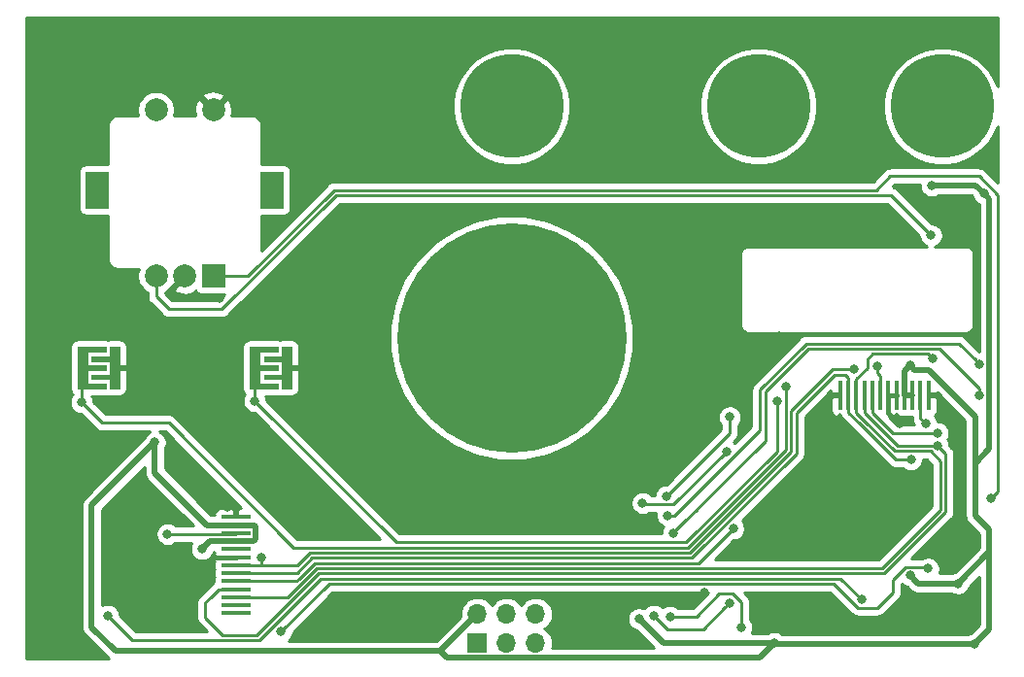
<source format=gbr>
G04 #@! TF.GenerationSoftware,KiCad,Pcbnew,5.1.2+dfsg1-1*
G04 #@! TF.CreationDate,2019-07-24T11:20:43+08:00*
G04 #@! TF.ProjectId,Power_Source,506f7765-725f-4536-9f75-7263652e6b69,rev?*
G04 #@! TF.SameCoordinates,Original*
G04 #@! TF.FileFunction,Copper,L2,Bot*
G04 #@! TF.FilePolarity,Positive*
%FSLAX46Y46*%
G04 Gerber Fmt 4.6, Leading zero omitted, Abs format (unit mm)*
G04 Created by KiCad (PCBNEW 5.1.2+dfsg1-1) date 2019-07-24 11:20:43*
%MOMM*%
%LPD*%
G04 APERTURE LIST*
%ADD10C,0.100000*%
%ADD11R,0.350000X2.500000*%
%ADD12C,20.000000*%
%ADD13C,0.800000*%
%ADD14C,9.000000*%
%ADD15C,2.000000*%
%ADD16R,2.000000X3.200000*%
%ADD17R,2.000000X2.000000*%
%ADD18O,1.700000X1.700000*%
%ADD19R,1.700000X1.700000*%
%ADD20R,2.500000X0.350000*%
%ADD21C,0.500000*%
%ADD22C,0.400000*%
%ADD23C,0.250000*%
%ADD24C,0.254000*%
G04 APERTURE END LIST*
D10*
G36*
X126880000Y-97060000D02*
G01*
X129280000Y-97060000D01*
X129280000Y-96660000D01*
X126880000Y-96660000D01*
X126880000Y-97060000D01*
G37*
X126880000Y-97060000D02*
X129280000Y-97060000D01*
X129280000Y-96660000D01*
X126880000Y-96660000D01*
X126880000Y-97060000D01*
G36*
X128080000Y-97860000D02*
G01*
X130480000Y-97860000D01*
X130480000Y-97460000D01*
X128080000Y-97460000D01*
X128080000Y-97860000D01*
G37*
X128080000Y-97860000D02*
X130480000Y-97860000D01*
X130480000Y-97460000D01*
X128080000Y-97460000D01*
X128080000Y-97860000D01*
G36*
X126880000Y-98660000D02*
G01*
X129280000Y-98660000D01*
X129280000Y-98260000D01*
X126880000Y-98260000D01*
X126880000Y-98660000D01*
G37*
X126880000Y-98660000D02*
X129280000Y-98660000D01*
X129280000Y-98260000D01*
X126880000Y-98260000D01*
X126880000Y-98660000D01*
G36*
X128080000Y-99460000D02*
G01*
X130480000Y-99460000D01*
X130480000Y-99060000D01*
X128080000Y-99060000D01*
X128080000Y-99460000D01*
G37*
X128080000Y-99460000D02*
X130480000Y-99460000D01*
X130480000Y-99060000D01*
X128080000Y-99060000D01*
X128080000Y-99460000D01*
G36*
X126880000Y-100260000D02*
G01*
X129280000Y-100260000D01*
X129280000Y-99860000D01*
X126880000Y-99860000D01*
X126880000Y-100260000D01*
G37*
X126880000Y-100260000D02*
X129280000Y-100260000D01*
X129280000Y-99860000D01*
X126880000Y-99860000D01*
X126880000Y-100260000D01*
G36*
X126880000Y-100260000D02*
G01*
X126880000Y-96660000D01*
X127680000Y-96660000D01*
X127680000Y-100260000D01*
X126880000Y-100260000D01*
G37*
X126880000Y-100260000D02*
X126880000Y-96660000D01*
X127680000Y-96660000D01*
X127680000Y-100260000D01*
X126880000Y-100260000D01*
G36*
X130480000Y-100260000D02*
G01*
X130480000Y-96660000D01*
X129680000Y-96660000D01*
X129680000Y-100260000D01*
X130480000Y-100260000D01*
G37*
X130480000Y-100260000D02*
X130480000Y-96660000D01*
X129680000Y-96660000D01*
X129680000Y-100260000D01*
X130480000Y-100260000D01*
G36*
X111880000Y-97060000D02*
G01*
X114280000Y-97060000D01*
X114280000Y-96660000D01*
X111880000Y-96660000D01*
X111880000Y-97060000D01*
G37*
X111880000Y-97060000D02*
X114280000Y-97060000D01*
X114280000Y-96660000D01*
X111880000Y-96660000D01*
X111880000Y-97060000D01*
G36*
X113080000Y-97860000D02*
G01*
X115480000Y-97860000D01*
X115480000Y-97460000D01*
X113080000Y-97460000D01*
X113080000Y-97860000D01*
G37*
X113080000Y-97860000D02*
X115480000Y-97860000D01*
X115480000Y-97460000D01*
X113080000Y-97460000D01*
X113080000Y-97860000D01*
G36*
X111880000Y-98660000D02*
G01*
X114280000Y-98660000D01*
X114280000Y-98260000D01*
X111880000Y-98260000D01*
X111880000Y-98660000D01*
G37*
X111880000Y-98660000D02*
X114280000Y-98660000D01*
X114280000Y-98260000D01*
X111880000Y-98260000D01*
X111880000Y-98660000D01*
G36*
X113080000Y-99460000D02*
G01*
X115480000Y-99460000D01*
X115480000Y-99060000D01*
X113080000Y-99060000D01*
X113080000Y-99460000D01*
G37*
X113080000Y-99460000D02*
X115480000Y-99460000D01*
X115480000Y-99060000D01*
X113080000Y-99060000D01*
X113080000Y-99460000D01*
G36*
X111880000Y-100260000D02*
G01*
X114280000Y-100260000D01*
X114280000Y-99860000D01*
X111880000Y-99860000D01*
X111880000Y-100260000D01*
G37*
X111880000Y-100260000D02*
X114280000Y-100260000D01*
X114280000Y-99860000D01*
X111880000Y-99860000D01*
X111880000Y-100260000D01*
G36*
X111880000Y-100260000D02*
G01*
X111880000Y-96660000D01*
X112680000Y-96660000D01*
X112680000Y-100260000D01*
X111880000Y-100260000D01*
G37*
X111880000Y-100260000D02*
X111880000Y-96660000D01*
X112680000Y-96660000D01*
X112680000Y-100260000D01*
X111880000Y-100260000D01*
G36*
X115480000Y-100260000D02*
G01*
X115480000Y-96660000D01*
X114680000Y-96660000D01*
X114680000Y-100260000D01*
X115480000Y-100260000D01*
G37*
X115480000Y-100260000D02*
X115480000Y-96660000D01*
X114680000Y-96660000D01*
X114680000Y-100260000D01*
X115480000Y-100260000D01*
D11*
X178307400Y-100857400D03*
X179007400Y-100857400D03*
X179707400Y-100857400D03*
X180407400Y-100857400D03*
X181107400Y-100857400D03*
X181807400Y-100857400D03*
X182507400Y-100857400D03*
X183207400Y-100857400D03*
X183907400Y-100857400D03*
X184607400Y-100857400D03*
X185307400Y-100857400D03*
X186007400Y-100857400D03*
D12*
X149680000Y-95860000D03*
D10*
G36*
X130299603Y-96660963D02*
G01*
X130319018Y-96663843D01*
X130338057Y-96668612D01*
X130356537Y-96675224D01*
X130374279Y-96683616D01*
X130391114Y-96693706D01*
X130406879Y-96705398D01*
X130421421Y-96718579D01*
X130434602Y-96733121D01*
X130446294Y-96748886D01*
X130456384Y-96765721D01*
X130464776Y-96783463D01*
X130471388Y-96801943D01*
X130476157Y-96820982D01*
X130479037Y-96840397D01*
X130480000Y-96860000D01*
X130480000Y-100060000D01*
X130479037Y-100079603D01*
X130476157Y-100099018D01*
X130471388Y-100118057D01*
X130464776Y-100136537D01*
X130456384Y-100154279D01*
X130446294Y-100171114D01*
X130434602Y-100186879D01*
X130421421Y-100201421D01*
X130406879Y-100214602D01*
X130391114Y-100226294D01*
X130374279Y-100236384D01*
X130356537Y-100244776D01*
X130338057Y-100251388D01*
X130319018Y-100256157D01*
X130299603Y-100259037D01*
X130280000Y-100260000D01*
X129880000Y-100260000D01*
X129860397Y-100259037D01*
X129840982Y-100256157D01*
X129821943Y-100251388D01*
X129803463Y-100244776D01*
X129785721Y-100236384D01*
X129768886Y-100226294D01*
X129753121Y-100214602D01*
X129738579Y-100201421D01*
X129725398Y-100186879D01*
X129713706Y-100171114D01*
X129703616Y-100154279D01*
X129695224Y-100136537D01*
X129688612Y-100118057D01*
X129683843Y-100099018D01*
X129680963Y-100079603D01*
X129680000Y-100060000D01*
X129680000Y-96860000D01*
X129680963Y-96840397D01*
X129683843Y-96820982D01*
X129688612Y-96801943D01*
X129695224Y-96783463D01*
X129703616Y-96765721D01*
X129713706Y-96748886D01*
X129725398Y-96733121D01*
X129738579Y-96718579D01*
X129753121Y-96705398D01*
X129768886Y-96693706D01*
X129785721Y-96683616D01*
X129803463Y-96675224D01*
X129821943Y-96668612D01*
X129840982Y-96663843D01*
X129860397Y-96660963D01*
X129880000Y-96660000D01*
X130280000Y-96660000D01*
X130299603Y-96660963D01*
X130299603Y-96660963D01*
G37*
D13*
X130080000Y-98460000D03*
D10*
G36*
X127499603Y-96660963D02*
G01*
X127519018Y-96663843D01*
X127538057Y-96668612D01*
X127556537Y-96675224D01*
X127574279Y-96683616D01*
X127591114Y-96693706D01*
X127606879Y-96705398D01*
X127621421Y-96718579D01*
X127634602Y-96733121D01*
X127646294Y-96748886D01*
X127656384Y-96765721D01*
X127664776Y-96783463D01*
X127671388Y-96801943D01*
X127676157Y-96820982D01*
X127679037Y-96840397D01*
X127680000Y-96860000D01*
X127680000Y-100060000D01*
X127679037Y-100079603D01*
X127676157Y-100099018D01*
X127671388Y-100118057D01*
X127664776Y-100136537D01*
X127656384Y-100154279D01*
X127646294Y-100171114D01*
X127634602Y-100186879D01*
X127621421Y-100201421D01*
X127606879Y-100214602D01*
X127591114Y-100226294D01*
X127574279Y-100236384D01*
X127556537Y-100244776D01*
X127538057Y-100251388D01*
X127519018Y-100256157D01*
X127499603Y-100259037D01*
X127480000Y-100260000D01*
X127080000Y-100260000D01*
X127060397Y-100259037D01*
X127040982Y-100256157D01*
X127021943Y-100251388D01*
X127003463Y-100244776D01*
X126985721Y-100236384D01*
X126968886Y-100226294D01*
X126953121Y-100214602D01*
X126938579Y-100201421D01*
X126925398Y-100186879D01*
X126913706Y-100171114D01*
X126903616Y-100154279D01*
X126895224Y-100136537D01*
X126888612Y-100118057D01*
X126883843Y-100099018D01*
X126880963Y-100079603D01*
X126880000Y-100060000D01*
X126880000Y-96860000D01*
X126880963Y-96840397D01*
X126883843Y-96820982D01*
X126888612Y-96801943D01*
X126895224Y-96783463D01*
X126903616Y-96765721D01*
X126913706Y-96748886D01*
X126925398Y-96733121D01*
X126938579Y-96718579D01*
X126953121Y-96705398D01*
X126968886Y-96693706D01*
X126985721Y-96683616D01*
X127003463Y-96675224D01*
X127021943Y-96668612D01*
X127040982Y-96663843D01*
X127060397Y-96660963D01*
X127080000Y-96660000D01*
X127480000Y-96660000D01*
X127499603Y-96660963D01*
X127499603Y-96660963D01*
G37*
D13*
X127280000Y-98460000D03*
D10*
G36*
X115299603Y-96660963D02*
G01*
X115319018Y-96663843D01*
X115338057Y-96668612D01*
X115356537Y-96675224D01*
X115374279Y-96683616D01*
X115391114Y-96693706D01*
X115406879Y-96705398D01*
X115421421Y-96718579D01*
X115434602Y-96733121D01*
X115446294Y-96748886D01*
X115456384Y-96765721D01*
X115464776Y-96783463D01*
X115471388Y-96801943D01*
X115476157Y-96820982D01*
X115479037Y-96840397D01*
X115480000Y-96860000D01*
X115480000Y-100060000D01*
X115479037Y-100079603D01*
X115476157Y-100099018D01*
X115471388Y-100118057D01*
X115464776Y-100136537D01*
X115456384Y-100154279D01*
X115446294Y-100171114D01*
X115434602Y-100186879D01*
X115421421Y-100201421D01*
X115406879Y-100214602D01*
X115391114Y-100226294D01*
X115374279Y-100236384D01*
X115356537Y-100244776D01*
X115338057Y-100251388D01*
X115319018Y-100256157D01*
X115299603Y-100259037D01*
X115280000Y-100260000D01*
X114880000Y-100260000D01*
X114860397Y-100259037D01*
X114840982Y-100256157D01*
X114821943Y-100251388D01*
X114803463Y-100244776D01*
X114785721Y-100236384D01*
X114768886Y-100226294D01*
X114753121Y-100214602D01*
X114738579Y-100201421D01*
X114725398Y-100186879D01*
X114713706Y-100171114D01*
X114703616Y-100154279D01*
X114695224Y-100136537D01*
X114688612Y-100118057D01*
X114683843Y-100099018D01*
X114680963Y-100079603D01*
X114680000Y-100060000D01*
X114680000Y-96860000D01*
X114680963Y-96840397D01*
X114683843Y-96820982D01*
X114688612Y-96801943D01*
X114695224Y-96783463D01*
X114703616Y-96765721D01*
X114713706Y-96748886D01*
X114725398Y-96733121D01*
X114738579Y-96718579D01*
X114753121Y-96705398D01*
X114768886Y-96693706D01*
X114785721Y-96683616D01*
X114803463Y-96675224D01*
X114821943Y-96668612D01*
X114840982Y-96663843D01*
X114860397Y-96660963D01*
X114880000Y-96660000D01*
X115280000Y-96660000D01*
X115299603Y-96660963D01*
X115299603Y-96660963D01*
G37*
D13*
X115080000Y-98460000D03*
D10*
G36*
X112499603Y-96660963D02*
G01*
X112519018Y-96663843D01*
X112538057Y-96668612D01*
X112556537Y-96675224D01*
X112574279Y-96683616D01*
X112591114Y-96693706D01*
X112606879Y-96705398D01*
X112621421Y-96718579D01*
X112634602Y-96733121D01*
X112646294Y-96748886D01*
X112656384Y-96765721D01*
X112664776Y-96783463D01*
X112671388Y-96801943D01*
X112676157Y-96820982D01*
X112679037Y-96840397D01*
X112680000Y-96860000D01*
X112680000Y-100060000D01*
X112679037Y-100079603D01*
X112676157Y-100099018D01*
X112671388Y-100118057D01*
X112664776Y-100136537D01*
X112656384Y-100154279D01*
X112646294Y-100171114D01*
X112634602Y-100186879D01*
X112621421Y-100201421D01*
X112606879Y-100214602D01*
X112591114Y-100226294D01*
X112574279Y-100236384D01*
X112556537Y-100244776D01*
X112538057Y-100251388D01*
X112519018Y-100256157D01*
X112499603Y-100259037D01*
X112480000Y-100260000D01*
X112080000Y-100260000D01*
X112060397Y-100259037D01*
X112040982Y-100256157D01*
X112021943Y-100251388D01*
X112003463Y-100244776D01*
X111985721Y-100236384D01*
X111968886Y-100226294D01*
X111953121Y-100214602D01*
X111938579Y-100201421D01*
X111925398Y-100186879D01*
X111913706Y-100171114D01*
X111903616Y-100154279D01*
X111895224Y-100136537D01*
X111888612Y-100118057D01*
X111883843Y-100099018D01*
X111880963Y-100079603D01*
X111880000Y-100060000D01*
X111880000Y-96860000D01*
X111880963Y-96840397D01*
X111883843Y-96820982D01*
X111888612Y-96801943D01*
X111895224Y-96783463D01*
X111903616Y-96765721D01*
X111913706Y-96748886D01*
X111925398Y-96733121D01*
X111938579Y-96718579D01*
X111953121Y-96705398D01*
X111968886Y-96693706D01*
X111985721Y-96683616D01*
X112003463Y-96675224D01*
X112021943Y-96668612D01*
X112040982Y-96663843D01*
X112060397Y-96660963D01*
X112080000Y-96660000D01*
X112480000Y-96660000D01*
X112499603Y-96660963D01*
X112499603Y-96660963D01*
G37*
D13*
X112280000Y-98460000D03*
D14*
X149680000Y-75660000D03*
X187180000Y-75660000D03*
X171180000Y-75660000D03*
D15*
X118680000Y-75960000D03*
X123680000Y-75960000D03*
D16*
X113580000Y-82960000D03*
X128780000Y-82960000D03*
D15*
X118680000Y-90460000D03*
X121180000Y-90460000D03*
D17*
X123680000Y-90460000D03*
D18*
X151760000Y-119920000D03*
X151760000Y-122460000D03*
X149220000Y-119920000D03*
X149220000Y-122460000D03*
X146680000Y-119920000D03*
D19*
X146680000Y-122460000D03*
D20*
X125631000Y-111468600D03*
X125631000Y-112168600D03*
X125631000Y-112868600D03*
X125631000Y-113568600D03*
X125631000Y-114268600D03*
X125631000Y-114968600D03*
X125631000Y-115668600D03*
X125631000Y-116368600D03*
X125631000Y-117068600D03*
X125631000Y-117768600D03*
X125631000Y-118468600D03*
X125631000Y-119168600D03*
X125631000Y-119868600D03*
D13*
X176680000Y-108460000D03*
X178680000Y-108460000D03*
X180680000Y-108460000D03*
X176680000Y-110460000D03*
X178680000Y-110460000D03*
X180680000Y-110460000D03*
X170680000Y-86460000D03*
X166680000Y-86460000D03*
X162680000Y-86460000D03*
X162680000Y-90460000D03*
X162680000Y-94460000D03*
X162680000Y-98460000D03*
X157680000Y-69460000D03*
X162680000Y-69460000D03*
X176680000Y-69460000D03*
X180680000Y-69460000D03*
X140680000Y-69460000D03*
X135680000Y-69460000D03*
X110680000Y-69460000D03*
X114680000Y-69460000D03*
X109680000Y-80460000D03*
X109680000Y-85460000D03*
X135680000Y-80460000D03*
X135680000Y-85460000D03*
X109680000Y-112460000D03*
X109680000Y-117460000D03*
X147680000Y-110460000D03*
X151680000Y-110460000D03*
X191680000Y-80460000D03*
X160280000Y-121560000D03*
X142680000Y-121460000D03*
X142680000Y-118460000D03*
X134680000Y-121460000D03*
X136680000Y-121460000D03*
X174680000Y-118460000D03*
X172680000Y-120460000D03*
X187680000Y-118460000D03*
X156680000Y-119460000D03*
X158680000Y-119460000D03*
X124680000Y-104460000D03*
X115680000Y-104460000D03*
X115680000Y-116460000D03*
X121680000Y-115460000D03*
X117680000Y-109460000D03*
X116680000Y-110460000D03*
X124180000Y-92360000D03*
X124880000Y-110560000D03*
X179880000Y-121160000D03*
X189880000Y-95760000D03*
X184080000Y-80460000D03*
X172980000Y-95660000D03*
X160680000Y-122560000D03*
X166480000Y-118060000D03*
X190180000Y-118060000D03*
X190080000Y-114060000D03*
X183480000Y-103360000D03*
X174580000Y-120860000D03*
X184080002Y-118460000D03*
X190080000Y-86460000D03*
X118580000Y-104960000D03*
X122680000Y-114260000D03*
X184380000Y-98260000D03*
X190853963Y-83285000D03*
X186280000Y-82560000D03*
X188580000Y-117260000D03*
X189980000Y-122560000D03*
X172580000Y-122459991D03*
X160780000Y-120360000D03*
X184380000Y-116560000D03*
X184480000Y-106460000D03*
X186380000Y-97660000D03*
X186780000Y-105260000D03*
X186780000Y-104160000D03*
X181580000Y-98360000D03*
X168987226Y-112478093D03*
X185780000Y-103360000D03*
X119680000Y-112960000D03*
X119680000Y-112960000D03*
X127880000Y-114960000D03*
X179480002Y-98560000D03*
X112180000Y-101460000D03*
X173580000Y-100060000D03*
X127280000Y-101360000D03*
X172780000Y-101360000D03*
X185980000Y-115960000D03*
X129580000Y-121460000D03*
X191480002Y-109860000D03*
X186224989Y-86915011D03*
X163780008Y-112860000D03*
X190454968Y-100860000D03*
X163280000Y-111360000D03*
X190454968Y-98160459D03*
X163180000Y-109660000D03*
X168680000Y-102760000D03*
X161080000Y-110260000D03*
X168380000Y-105760000D03*
X169680000Y-121060000D03*
X163480000Y-120160000D03*
X168680000Y-118960000D03*
X162080000Y-120060000D03*
X114480000Y-120060000D03*
X180162637Y-118643703D03*
D21*
X115080000Y-98460000D02*
X117080000Y-98460000D01*
X130080000Y-98460000D02*
X131780000Y-98460000D01*
D22*
X182507400Y-100857400D02*
X183207400Y-100857400D01*
X182507400Y-102387400D02*
X183480000Y-103360000D01*
X182507400Y-100857400D02*
X182507400Y-102387400D01*
X186582400Y-100857400D02*
X187080000Y-101355000D01*
X186007400Y-100857400D02*
X186582400Y-100857400D01*
X125631000Y-114968600D02*
X123571400Y-114968600D01*
X123571400Y-114968600D02*
X123180000Y-115360000D01*
D21*
X118580000Y-107617600D02*
X118580000Y-104960000D01*
X118580000Y-104960000D02*
X118580000Y-104960000D01*
X122680000Y-114260000D02*
X122880000Y-114060000D01*
X190853963Y-83285000D02*
X190128963Y-82560000D01*
X190128963Y-82560000D02*
X186280000Y-82560000D01*
X191305009Y-114534991D02*
X188580000Y-117260000D01*
X191305009Y-114385009D02*
X191305009Y-121234991D01*
X191305009Y-114385009D02*
X191305009Y-114534991D01*
X191305009Y-121234991D02*
X189980000Y-122560000D01*
X172680009Y-122560000D02*
X172580000Y-122459991D01*
X189980000Y-122560000D02*
X172680009Y-122560000D01*
X188580000Y-117260000D02*
X185080000Y-117260000D01*
X184779999Y-116959999D02*
X184380000Y-116560000D01*
X185080000Y-117260000D02*
X184779999Y-116959999D01*
X186045001Y-98659999D02*
X190080000Y-102694998D01*
X184380000Y-98260000D02*
X184779999Y-98659999D01*
X184779999Y-98659999D02*
X186045001Y-98659999D01*
X190080000Y-111360000D02*
X191305009Y-112585009D01*
X191305009Y-112585009D02*
X191305009Y-114385009D01*
X190080000Y-102694998D02*
X190080000Y-106760000D01*
X190080000Y-106760000D02*
X190080000Y-111360000D01*
X191304969Y-105535031D02*
X190080000Y-106760000D01*
X190853963Y-83285000D02*
X191304969Y-83736006D01*
X191304969Y-83736006D02*
X191304969Y-105535031D01*
X162879991Y-122459991D02*
X160780000Y-120360000D01*
X163279991Y-122459991D02*
X162879991Y-122459991D01*
X172580000Y-122459991D02*
X163279991Y-122459991D01*
X113080000Y-110460000D02*
X118580000Y-104960000D01*
X113080000Y-121060000D02*
X113080000Y-110460000D01*
X115180000Y-123160000D02*
X113080000Y-121060000D01*
X146680000Y-119920000D02*
X143440000Y-123160000D01*
X172180001Y-122859990D02*
X172580000Y-122459991D01*
X171279990Y-123760001D02*
X172180001Y-122859990D01*
X143440000Y-123160000D02*
X137680000Y-123160000D01*
X137680000Y-123160000D02*
X115180000Y-123160000D01*
X144040001Y-123760001D02*
X144779999Y-123760001D01*
X143440000Y-123160000D02*
X144040001Y-123760001D01*
X144779999Y-123760001D02*
X171279990Y-123760001D01*
X123131000Y-112168600D02*
X125631000Y-112168600D01*
X121951200Y-110988800D02*
X123131000Y-112168600D01*
X121951200Y-110988800D02*
X118580000Y-107617600D01*
X123371400Y-113568600D02*
X125631000Y-113568600D01*
X122680000Y-114260000D02*
X123371400Y-113568600D01*
X183907400Y-98732600D02*
X183907400Y-100857400D01*
X184380000Y-98260000D02*
X183907400Y-98732600D01*
X183907400Y-100857400D02*
X184607400Y-100857400D01*
X127166002Y-113568600D02*
X125631000Y-113568600D01*
X127331001Y-113403601D02*
X127166002Y-113568600D01*
X127331001Y-112333599D02*
X127331001Y-113403601D01*
X127166002Y-112168600D02*
X127331001Y-112333599D01*
X125631000Y-112168600D02*
X127166002Y-112168600D01*
D23*
X183110000Y-106460000D02*
X183914315Y-106460000D01*
X183914315Y-106460000D02*
X184480000Y-106460000D01*
X179007400Y-102357400D02*
X179007400Y-100857400D01*
X179995000Y-103345000D02*
X179007400Y-102357400D01*
X179995000Y-103345000D02*
X183110000Y-106460000D01*
X132295735Y-115035035D02*
X130962170Y-116368600D01*
X165404967Y-115035035D02*
X132295735Y-115035035D01*
X179007400Y-100857400D02*
X179007400Y-99357400D01*
X179007400Y-99357400D02*
X178710000Y-99060000D01*
X178710000Y-99060000D02*
X177807000Y-99060000D01*
X177807000Y-99060000D02*
X174480022Y-102386976D01*
X174480022Y-102386976D02*
X174480022Y-105959980D01*
X130962170Y-116368600D02*
X125631000Y-116368600D01*
X174480022Y-105959980D02*
X165404967Y-115035035D01*
X186380000Y-97660000D02*
X186380000Y-97660000D01*
X186157007Y-105710009D02*
X183060009Y-105710009D01*
X187054991Y-106607993D02*
X186157007Y-105710009D01*
X187054991Y-107934991D02*
X187054991Y-106607993D01*
X187054991Y-107934991D02*
X187054991Y-107760000D01*
X132668533Y-115935057D02*
X181968533Y-115935057D01*
X187054991Y-110848599D02*
X187054991Y-107934991D01*
X181968533Y-115935057D02*
X187054991Y-110848599D01*
X179707400Y-102357400D02*
X179707400Y-100857400D01*
X180395000Y-103045000D02*
X179707400Y-102357400D01*
X183060009Y-105710009D02*
X180395000Y-103045000D01*
X180395000Y-103045000D02*
X180207400Y-102857400D01*
X130134990Y-118468600D02*
X125631000Y-118468600D01*
X131011795Y-117591795D02*
X130134990Y-118468600D01*
X131011795Y-117591795D02*
X132668533Y-115935057D01*
X179707400Y-99405604D02*
X179707400Y-100857400D01*
X180654998Y-98458006D02*
X179707400Y-99405604D01*
X180654998Y-97711998D02*
X180654998Y-98458006D01*
X181106995Y-97260001D02*
X180654998Y-97711998D01*
X185980001Y-97260001D02*
X181106995Y-97260001D01*
X186380000Y-97660000D02*
X185980001Y-97260001D01*
X185180000Y-105260000D02*
X185180000Y-105260000D01*
X186214315Y-105260000D02*
X186780000Y-105260000D01*
X183310000Y-105260000D02*
X186214315Y-105260000D01*
X187505001Y-105985001D02*
X187179999Y-105659999D01*
X187179999Y-105659999D02*
X186780000Y-105260000D01*
X182154933Y-116385068D02*
X187505002Y-111034999D01*
X124512398Y-121760000D02*
X127480000Y-121760000D01*
X187505002Y-111034999D02*
X187505001Y-105985001D01*
X122980000Y-118919600D02*
X122980000Y-120227602D01*
X127480000Y-121760000D02*
X132854932Y-116385068D01*
X132854932Y-116385068D02*
X182154933Y-116385068D01*
X122980000Y-120227602D02*
X124512398Y-121760000D01*
X180407400Y-102357400D02*
X180407400Y-100857400D01*
X181045000Y-102995000D02*
X180407400Y-102357400D01*
X181045000Y-102995000D02*
X183310000Y-105260000D01*
X124131000Y-117768600D02*
X125631000Y-117768600D01*
X123459800Y-118439800D02*
X124131000Y-117768600D01*
X123631000Y-118268600D02*
X123459800Y-118439800D01*
X123459800Y-118439800D02*
X122980000Y-118919600D01*
X181607400Y-102857400D02*
X182910000Y-104160000D01*
X186214315Y-104160000D02*
X186780000Y-104160000D01*
X182910000Y-104160000D02*
X186214315Y-104160000D01*
X181107400Y-102357400D02*
X181107400Y-100857400D01*
X181607400Y-102857400D02*
X181107400Y-102357400D01*
X168587227Y-112878092D02*
X168987226Y-112478093D01*
X165980273Y-115485046D02*
X168587227Y-112878092D01*
X132482134Y-115485046D02*
X165980273Y-115485046D01*
X181807400Y-99357400D02*
X181807400Y-100857400D01*
X181807400Y-99153085D02*
X181807400Y-99357400D01*
X181580000Y-98925685D02*
X181807400Y-99153085D01*
X181580000Y-98360000D02*
X181580000Y-98925685D01*
X130898580Y-117068600D02*
X125631000Y-117068600D01*
X131143590Y-116823590D02*
X130898580Y-117068600D01*
X131143590Y-116823590D02*
X132482134Y-115485046D01*
X185807400Y-103332600D02*
X185780000Y-103360000D01*
X185307400Y-102887400D02*
X185307400Y-100857400D01*
X185780000Y-103360000D02*
X185307400Y-102887400D01*
X119680000Y-112960000D02*
X119680000Y-112960000D01*
X119680000Y-112960000D02*
X119680000Y-112960000D01*
X125539600Y-112960000D02*
X125631000Y-112868600D01*
X119680000Y-112960000D02*
X125539600Y-112960000D01*
X127131000Y-115668600D02*
X125631000Y-115668600D01*
X127737085Y-115668600D02*
X127131000Y-115668600D01*
X127880000Y-115525685D02*
X127737085Y-115668600D01*
X127880000Y-114960000D02*
X127880000Y-115525685D01*
X178914317Y-98560000D02*
X179480002Y-98560000D01*
X125631000Y-115668600D02*
X131025760Y-115668600D01*
X131025760Y-115668600D02*
X132109336Y-114585024D01*
X177670588Y-98560000D02*
X178914317Y-98560000D01*
X132109336Y-114585024D02*
X165218567Y-114585024D01*
X165218567Y-114585024D02*
X174030011Y-105773580D01*
X174030011Y-105773580D02*
X174030011Y-102200577D01*
X174030011Y-102200577D02*
X177670588Y-98560000D01*
X112180000Y-98560000D02*
X112280000Y-98460000D01*
X112180000Y-101460000D02*
X112180000Y-98560000D01*
X173580000Y-100060000D02*
X173580000Y-100060000D01*
X173580000Y-100625685D02*
X173580000Y-100060000D01*
X112180000Y-101460000D02*
X113980000Y-103260000D01*
X113980000Y-103260000D02*
X119780000Y-103260000D01*
X119780000Y-103260000D02*
X130655013Y-114135013D01*
X130655013Y-114135013D02*
X165032167Y-114135013D01*
X165032167Y-114135013D02*
X173580000Y-105587180D01*
X173580000Y-105587180D02*
X173580000Y-100625685D01*
X127280000Y-101360000D02*
X127280000Y-98460000D01*
X127280000Y-101360000D02*
X139605002Y-113685002D01*
X164845768Y-113685002D02*
X172780000Y-105750770D01*
X172780000Y-101925685D02*
X172780000Y-101360000D01*
X172780000Y-105750770D02*
X172780000Y-101925685D01*
X139605002Y-113685002D02*
X164845768Y-113685002D01*
X185854999Y-115834999D02*
X185980000Y-115960000D01*
X184005001Y-115834999D02*
X185854999Y-115834999D01*
X183280000Y-116560000D02*
X182930000Y-116910000D01*
X183280000Y-116560000D02*
X184005001Y-115834999D01*
X133754912Y-117285088D02*
X129580000Y-121460000D01*
X183280000Y-116560000D02*
X182880000Y-116960000D01*
X182880000Y-116960000D02*
X182880000Y-118060000D01*
X182880000Y-118060000D02*
X181571296Y-119368704D01*
X179814636Y-119368704D02*
X177731020Y-117285088D01*
X181571296Y-119368704D02*
X179814636Y-119368704D01*
X177731020Y-117285088D02*
X133754912Y-117285088D01*
X192080000Y-109260002D02*
X191480002Y-109860000D01*
X192080000Y-83438036D02*
X192080000Y-109260002D01*
X126680000Y-90460000D02*
X134180000Y-82960000D01*
X134180000Y-82960000D02*
X181480000Y-82960000D01*
X123680000Y-90460000D02*
X126680000Y-90460000D01*
X181480000Y-82960000D02*
X182680000Y-81760000D01*
X182680000Y-81760000D02*
X190401965Y-81760000D01*
X190401965Y-81760000D02*
X192080000Y-83438036D01*
X118680000Y-92260000D02*
X118680000Y-90460000D01*
X119780000Y-93360000D02*
X118680000Y-92260000D01*
X124416410Y-93360000D02*
X119780000Y-93360000D01*
X134366399Y-83410011D02*
X124416410Y-93360000D01*
X186224989Y-86915011D02*
X182719989Y-83410011D01*
X182719989Y-83410011D02*
X134366399Y-83410011D01*
X163966364Y-112660000D02*
X165879963Y-110746401D01*
X163966364Y-112660000D02*
X163966364Y-112673644D01*
X163966364Y-112673644D02*
X163780008Y-112860000D01*
X175530008Y-96809992D02*
X186970645Y-96809992D01*
X186970645Y-96809992D02*
X190454968Y-100294315D01*
X190454968Y-100294315D02*
X190454968Y-100860000D01*
X171780000Y-100560000D02*
X175530008Y-96809992D01*
X171780000Y-104846364D02*
X171780000Y-100560000D01*
X163966364Y-112660000D02*
X171780000Y-104846364D01*
X171329990Y-103875695D02*
X171329991Y-100373599D01*
X175343608Y-96359982D02*
X188654491Y-96359982D01*
X171329991Y-100373599D02*
X175343608Y-96359982D01*
X163280000Y-111360000D02*
X163845685Y-111360000D01*
X163845685Y-111360000D02*
X171329990Y-103875695D01*
X190054969Y-97760460D02*
X190454968Y-98160459D01*
X188654491Y-96359982D02*
X190054969Y-97760460D01*
X163180000Y-109660000D02*
X168680000Y-104160000D01*
X168680000Y-104160000D02*
X168680000Y-102760000D01*
X161205001Y-110385001D02*
X163754999Y-110385001D01*
X161080000Y-110260000D02*
X161205001Y-110385001D01*
X163754999Y-110385001D02*
X168380000Y-105760000D01*
X169680000Y-118886998D02*
X169680000Y-121060000D01*
X168953002Y-118160000D02*
X169680000Y-118886998D01*
X167780000Y-118160000D02*
X168953002Y-118160000D01*
X165780000Y-120160000D02*
X167780000Y-118160000D01*
X163480000Y-120160000D02*
X165780000Y-120160000D01*
X162280000Y-120060000D02*
X162080000Y-119860000D01*
X162080000Y-120060000D02*
X163280000Y-121260000D01*
X163280000Y-121260000D02*
X166380000Y-121260000D01*
X168280001Y-119359999D02*
X168680000Y-118960000D01*
X166380000Y-121260000D02*
X168280001Y-119359999D01*
X116630009Y-122210009D02*
X127666401Y-122210009D01*
X114480000Y-120060000D02*
X116630009Y-122210009D01*
X127666401Y-122210009D02*
X133041332Y-116835078D01*
X133041332Y-116835078D02*
X158080000Y-116835078D01*
X158080000Y-116835078D02*
X178355078Y-116835078D01*
X178355078Y-116835078D02*
X180162637Y-118642637D01*
X180162637Y-118642637D02*
X180162637Y-118643703D01*
D24*
G36*
X192020000Y-73926392D02*
G01*
X191730578Y-73227665D01*
X191168615Y-72386628D01*
X190453372Y-71671385D01*
X189612335Y-71109422D01*
X188677824Y-70722335D01*
X187685753Y-70525000D01*
X186674247Y-70525000D01*
X185682176Y-70722335D01*
X184747665Y-71109422D01*
X183906628Y-71671385D01*
X183191385Y-72386628D01*
X182629422Y-73227665D01*
X182242335Y-74162176D01*
X182045000Y-75154247D01*
X182045000Y-76165753D01*
X182242335Y-77157824D01*
X182629422Y-78092335D01*
X183191385Y-78933372D01*
X183906628Y-79648615D01*
X184747665Y-80210578D01*
X185682176Y-80597665D01*
X186674247Y-80795000D01*
X187685753Y-80795000D01*
X188677824Y-80597665D01*
X189612335Y-80210578D01*
X190453372Y-79648615D01*
X191168615Y-78933372D01*
X191730578Y-78092335D01*
X192020000Y-77393607D01*
X192020001Y-82303234D01*
X190965769Y-81249003D01*
X190941966Y-81219999D01*
X190826241Y-81125026D01*
X190694212Y-81054454D01*
X190550951Y-81010997D01*
X190439298Y-81000000D01*
X190439288Y-81000000D01*
X190401965Y-80996324D01*
X190364643Y-81000000D01*
X182717322Y-81000000D01*
X182679999Y-80996324D01*
X182642676Y-81000000D01*
X182642667Y-81000000D01*
X182531014Y-81010997D01*
X182387753Y-81054454D01*
X182255724Y-81125026D01*
X182139999Y-81219999D01*
X182116201Y-81248997D01*
X181165199Y-82200000D01*
X134217325Y-82200000D01*
X134180000Y-82196324D01*
X134142675Y-82200000D01*
X134142667Y-82200000D01*
X134031014Y-82210997D01*
X133887753Y-82254454D01*
X133755724Y-82325026D01*
X133639999Y-82419999D01*
X133616201Y-82448997D01*
X127840000Y-88225199D01*
X127840000Y-85198072D01*
X129780000Y-85198072D01*
X129904482Y-85185812D01*
X130024180Y-85149502D01*
X130134494Y-85090537D01*
X130231185Y-85011185D01*
X130310537Y-84914494D01*
X130369502Y-84804180D01*
X130405812Y-84684482D01*
X130418072Y-84560000D01*
X130418072Y-81360000D01*
X130405812Y-81235518D01*
X130369502Y-81115820D01*
X130310537Y-81005506D01*
X130231185Y-80908815D01*
X130134494Y-80829463D01*
X130024180Y-80770498D01*
X129904482Y-80734188D01*
X129780000Y-80721928D01*
X127840000Y-80721928D01*
X127840000Y-77192419D01*
X127843193Y-77160000D01*
X127830450Y-77030617D01*
X127792710Y-76906207D01*
X127731425Y-76791550D01*
X127648948Y-76691052D01*
X127548450Y-76608575D01*
X127433793Y-76547290D01*
X127309383Y-76509550D01*
X127212419Y-76500000D01*
X127180000Y-76496807D01*
X127147581Y-76500000D01*
X125228682Y-76500000D01*
X125302384Y-76218892D01*
X125321718Y-75897405D01*
X125277961Y-75578325D01*
X125172795Y-75273912D01*
X125108834Y-75154247D01*
X144545000Y-75154247D01*
X144545000Y-76165753D01*
X144742335Y-77157824D01*
X145129422Y-78092335D01*
X145691385Y-78933372D01*
X146406628Y-79648615D01*
X147247665Y-80210578D01*
X148182176Y-80597665D01*
X149174247Y-80795000D01*
X150185753Y-80795000D01*
X151177824Y-80597665D01*
X152112335Y-80210578D01*
X152953372Y-79648615D01*
X153668615Y-78933372D01*
X154230578Y-78092335D01*
X154617665Y-77157824D01*
X154815000Y-76165753D01*
X154815000Y-75154247D01*
X166045000Y-75154247D01*
X166045000Y-76165753D01*
X166242335Y-77157824D01*
X166629422Y-78092335D01*
X167191385Y-78933372D01*
X167906628Y-79648615D01*
X168747665Y-80210578D01*
X169682176Y-80597665D01*
X170674247Y-80795000D01*
X171685753Y-80795000D01*
X172677824Y-80597665D01*
X173612335Y-80210578D01*
X174453372Y-79648615D01*
X175168615Y-78933372D01*
X175730578Y-78092335D01*
X176117665Y-77157824D01*
X176315000Y-76165753D01*
X176315000Y-75154247D01*
X176117665Y-74162176D01*
X175730578Y-73227665D01*
X175168615Y-72386628D01*
X174453372Y-71671385D01*
X173612335Y-71109422D01*
X172677824Y-70722335D01*
X171685753Y-70525000D01*
X170674247Y-70525000D01*
X169682176Y-70722335D01*
X168747665Y-71109422D01*
X167906628Y-71671385D01*
X167191385Y-72386628D01*
X166629422Y-73227665D01*
X166242335Y-74162176D01*
X166045000Y-75154247D01*
X154815000Y-75154247D01*
X154617665Y-74162176D01*
X154230578Y-73227665D01*
X153668615Y-72386628D01*
X152953372Y-71671385D01*
X152112335Y-71109422D01*
X151177824Y-70722335D01*
X150185753Y-70525000D01*
X149174247Y-70525000D01*
X148182176Y-70722335D01*
X147247665Y-71109422D01*
X146406628Y-71671385D01*
X145691385Y-72386628D01*
X145129422Y-73227665D01*
X144742335Y-74162176D01*
X144545000Y-75154247D01*
X125108834Y-75154247D01*
X125079814Y-75099956D01*
X124815413Y-75004192D01*
X123859605Y-75960000D01*
X123873748Y-75974143D01*
X123694143Y-76153748D01*
X123680000Y-76139605D01*
X123665858Y-76153748D01*
X123486253Y-75974143D01*
X123500395Y-75960000D01*
X122544587Y-75004192D01*
X122280186Y-75099956D01*
X122139296Y-75389571D01*
X122057616Y-75701108D01*
X122038282Y-76022595D01*
X122082039Y-76341675D01*
X122136736Y-76500000D01*
X120226036Y-76500000D01*
X120252168Y-76436912D01*
X120315000Y-76121033D01*
X120315000Y-75798967D01*
X120252168Y-75483088D01*
X120128918Y-75185537D01*
X119949987Y-74917748D01*
X119856826Y-74824587D01*
X122724192Y-74824587D01*
X123680000Y-75780395D01*
X124635808Y-74824587D01*
X124540044Y-74560186D01*
X124250429Y-74419296D01*
X123938892Y-74337616D01*
X123617405Y-74318282D01*
X123298325Y-74362039D01*
X122993912Y-74467205D01*
X122819956Y-74560186D01*
X122724192Y-74824587D01*
X119856826Y-74824587D01*
X119722252Y-74690013D01*
X119454463Y-74511082D01*
X119156912Y-74387832D01*
X118841033Y-74325000D01*
X118518967Y-74325000D01*
X118203088Y-74387832D01*
X117905537Y-74511082D01*
X117637748Y-74690013D01*
X117410013Y-74917748D01*
X117231082Y-75185537D01*
X117107832Y-75483088D01*
X117045000Y-75798967D01*
X117045000Y-76121033D01*
X117107832Y-76436912D01*
X117133964Y-76500000D01*
X115212419Y-76500000D01*
X115180000Y-76496807D01*
X115147581Y-76500000D01*
X115050617Y-76509550D01*
X114926207Y-76547290D01*
X114811550Y-76608575D01*
X114711052Y-76691052D01*
X114628575Y-76791550D01*
X114567290Y-76906207D01*
X114529550Y-77030617D01*
X114516807Y-77160000D01*
X114520000Y-77192419D01*
X114520000Y-80721928D01*
X112580000Y-80721928D01*
X112455518Y-80734188D01*
X112335820Y-80770498D01*
X112225506Y-80829463D01*
X112128815Y-80908815D01*
X112049463Y-81005506D01*
X111990498Y-81115820D01*
X111954188Y-81235518D01*
X111941928Y-81360000D01*
X111941928Y-84560000D01*
X111954188Y-84684482D01*
X111990498Y-84804180D01*
X112049463Y-84914494D01*
X112128815Y-85011185D01*
X112225506Y-85090537D01*
X112335820Y-85149502D01*
X112455518Y-85185812D01*
X112580000Y-85198072D01*
X114520001Y-85198072D01*
X114520001Y-89127571D01*
X114516807Y-89160000D01*
X114529550Y-89289383D01*
X114567290Y-89413793D01*
X114628575Y-89528450D01*
X114711052Y-89628948D01*
X114811550Y-89711425D01*
X114926207Y-89772710D01*
X115050617Y-89810450D01*
X115147581Y-89820000D01*
X115180000Y-89823193D01*
X115212419Y-89820000D01*
X117175385Y-89820000D01*
X117107832Y-89983088D01*
X117045000Y-90298967D01*
X117045000Y-90621033D01*
X117107832Y-90936912D01*
X117231082Y-91234463D01*
X117410013Y-91502252D01*
X117637748Y-91729987D01*
X117905537Y-91908918D01*
X117920000Y-91914909D01*
X117920000Y-92222677D01*
X117916324Y-92260000D01*
X117920000Y-92297322D01*
X117920000Y-92297332D01*
X117930997Y-92408985D01*
X117974454Y-92552246D01*
X118045026Y-92684276D01*
X118078469Y-92725026D01*
X118139999Y-92800001D01*
X118169002Y-92823804D01*
X119216201Y-93871003D01*
X119239999Y-93900001D01*
X119268997Y-93923799D01*
X119355723Y-93994974D01*
X119487753Y-94065546D01*
X119631014Y-94109003D01*
X119742667Y-94120000D01*
X119742677Y-94120000D01*
X119780000Y-94123676D01*
X119817323Y-94120000D01*
X124379088Y-94120000D01*
X124416410Y-94123676D01*
X124453732Y-94120000D01*
X124453743Y-94120000D01*
X124565396Y-94109003D01*
X124708657Y-94065546D01*
X124840686Y-93994974D01*
X124956411Y-93900001D01*
X124980214Y-93870997D01*
X134681202Y-84170011D01*
X182405188Y-84170011D01*
X185189989Y-86954813D01*
X185189989Y-87016950D01*
X185229763Y-87216909D01*
X185307784Y-87405267D01*
X185421052Y-87574785D01*
X185565215Y-87718948D01*
X185734733Y-87832216D01*
X185898377Y-87900000D01*
X170312419Y-87900000D01*
X170280000Y-87896807D01*
X170247581Y-87900000D01*
X170150617Y-87909550D01*
X170026207Y-87947290D01*
X169911550Y-88008575D01*
X169811052Y-88091052D01*
X169728575Y-88191550D01*
X169667290Y-88306207D01*
X169629550Y-88430617D01*
X169616807Y-88560000D01*
X169620000Y-88592419D01*
X169620001Y-94727571D01*
X169616807Y-94760000D01*
X169629550Y-94889383D01*
X169667290Y-95013793D01*
X169728575Y-95128450D01*
X169811052Y-95228948D01*
X169911550Y-95311425D01*
X170026207Y-95372710D01*
X170150617Y-95410450D01*
X170247581Y-95420000D01*
X170280000Y-95423193D01*
X170312419Y-95420000D01*
X189247581Y-95420000D01*
X189280000Y-95423193D01*
X189312419Y-95420000D01*
X189409383Y-95410450D01*
X189533793Y-95372710D01*
X189648450Y-95311425D01*
X189748948Y-95228948D01*
X189831425Y-95128450D01*
X189892710Y-95013793D01*
X189930450Y-94889383D01*
X189943193Y-94760000D01*
X189940000Y-94727581D01*
X189940000Y-88592419D01*
X189943193Y-88560000D01*
X189930450Y-88430617D01*
X189892710Y-88306207D01*
X189831425Y-88191550D01*
X189748948Y-88091052D01*
X189648450Y-88008575D01*
X189533793Y-87947290D01*
X189409383Y-87909550D01*
X189312419Y-87900000D01*
X189280000Y-87896807D01*
X189247581Y-87900000D01*
X186551601Y-87900000D01*
X186715245Y-87832216D01*
X186884763Y-87718948D01*
X187028926Y-87574785D01*
X187142194Y-87405267D01*
X187220215Y-87216909D01*
X187259989Y-87016950D01*
X187259989Y-86813072D01*
X187220215Y-86613113D01*
X187142194Y-86424755D01*
X187028926Y-86255237D01*
X186884763Y-86111074D01*
X186715245Y-85997806D01*
X186526887Y-85919785D01*
X186326928Y-85880011D01*
X186264791Y-85880011D01*
X183283793Y-82899014D01*
X183259990Y-82870010D01*
X183144265Y-82775037D01*
X183012236Y-82704465D01*
X182868975Y-82661008D01*
X182855155Y-82659647D01*
X182994802Y-82520000D01*
X185245000Y-82520000D01*
X185245000Y-82661939D01*
X185284774Y-82861898D01*
X185362795Y-83050256D01*
X185476063Y-83219774D01*
X185620226Y-83363937D01*
X185789744Y-83477205D01*
X185978102Y-83555226D01*
X186178061Y-83595000D01*
X186381939Y-83595000D01*
X186581898Y-83555226D01*
X186770256Y-83477205D01*
X186818454Y-83445000D01*
X189762385Y-83445000D01*
X189847428Y-83530044D01*
X189858737Y-83586898D01*
X189936758Y-83775256D01*
X190050026Y-83944774D01*
X190194189Y-84088937D01*
X190363707Y-84202205D01*
X190419969Y-84225510D01*
X190419970Y-97050659D01*
X189218295Y-95848985D01*
X189194492Y-95819981D01*
X189078767Y-95725008D01*
X188946738Y-95654436D01*
X188803477Y-95610979D01*
X188691824Y-95599982D01*
X188691813Y-95599982D01*
X188654491Y-95596306D01*
X188617169Y-95599982D01*
X175380941Y-95599982D01*
X175343608Y-95596305D01*
X175306275Y-95599982D01*
X175194622Y-95610979D01*
X175051361Y-95654436D01*
X174919332Y-95725008D01*
X174803607Y-95819981D01*
X174779809Y-95848979D01*
X170818989Y-99809800D01*
X170789991Y-99833598D01*
X170766193Y-99862596D01*
X170766192Y-99862597D01*
X170695017Y-99949323D01*
X170624445Y-100081353D01*
X170597774Y-100169280D01*
X170581653Y-100222426D01*
X170580989Y-100224614D01*
X170566315Y-100373599D01*
X170569992Y-100410931D01*
X170569990Y-103560893D01*
X169107297Y-105023586D01*
X169039774Y-104956063D01*
X168991197Y-104923605D01*
X169191004Y-104723798D01*
X169220001Y-104700001D01*
X169314974Y-104584276D01*
X169385546Y-104452247D01*
X169429003Y-104308986D01*
X169440000Y-104197333D01*
X169440000Y-104197332D01*
X169443677Y-104160000D01*
X169440000Y-104122667D01*
X169440000Y-103463711D01*
X169483937Y-103419774D01*
X169597205Y-103250256D01*
X169675226Y-103061898D01*
X169715000Y-102861939D01*
X169715000Y-102658061D01*
X169675226Y-102458102D01*
X169597205Y-102269744D01*
X169483937Y-102100226D01*
X169339774Y-101956063D01*
X169170256Y-101842795D01*
X168981898Y-101764774D01*
X168781939Y-101725000D01*
X168578061Y-101725000D01*
X168378102Y-101764774D01*
X168189744Y-101842795D01*
X168020226Y-101956063D01*
X167876063Y-102100226D01*
X167762795Y-102269744D01*
X167684774Y-102458102D01*
X167645000Y-102658061D01*
X167645000Y-102861939D01*
X167684774Y-103061898D01*
X167762795Y-103250256D01*
X167876063Y-103419774D01*
X167920000Y-103463711D01*
X167920000Y-103845198D01*
X163140199Y-108625000D01*
X163078061Y-108625000D01*
X162878102Y-108664774D01*
X162689744Y-108742795D01*
X162520226Y-108856063D01*
X162376063Y-109000226D01*
X162262795Y-109169744D01*
X162184774Y-109358102D01*
X162145000Y-109558061D01*
X162145000Y-109625001D01*
X161900491Y-109625001D01*
X161883937Y-109600226D01*
X161739774Y-109456063D01*
X161570256Y-109342795D01*
X161381898Y-109264774D01*
X161181939Y-109225000D01*
X160978061Y-109225000D01*
X160778102Y-109264774D01*
X160589744Y-109342795D01*
X160420226Y-109456063D01*
X160276063Y-109600226D01*
X160162795Y-109769744D01*
X160084774Y-109958102D01*
X160045000Y-110158061D01*
X160045000Y-110361939D01*
X160084774Y-110561898D01*
X160162795Y-110750256D01*
X160276063Y-110919774D01*
X160420226Y-111063937D01*
X160589744Y-111177205D01*
X160778102Y-111255226D01*
X160978061Y-111295000D01*
X161181939Y-111295000D01*
X161381898Y-111255226D01*
X161570256Y-111177205D01*
X161618453Y-111145001D01*
X162267489Y-111145001D01*
X162245000Y-111258061D01*
X162245000Y-111461939D01*
X162284774Y-111661898D01*
X162362795Y-111850256D01*
X162476063Y-112019774D01*
X162620226Y-112163937D01*
X162789744Y-112277205D01*
X162895395Y-112320967D01*
X162862803Y-112369744D01*
X162784782Y-112558102D01*
X162745008Y-112758061D01*
X162745008Y-112925002D01*
X139919804Y-112925002D01*
X128315000Y-101320199D01*
X128315000Y-101258061D01*
X128275226Y-101058102D01*
X128228377Y-100945000D01*
X129280000Y-100945000D01*
X129344145Y-100938710D01*
X129408356Y-100932867D01*
X129410662Y-100932188D01*
X129413051Y-100931954D01*
X129474723Y-100913334D01*
X129480025Y-100911774D01*
X129537580Y-100930031D01*
X129539968Y-100930299D01*
X129542262Y-100931009D01*
X129606366Y-100937746D01*
X129670436Y-100944933D01*
X129675050Y-100944965D01*
X129675218Y-100944983D01*
X129675386Y-100944968D01*
X129680000Y-100945000D01*
X130480000Y-100945000D01*
X130544145Y-100938710D01*
X130608356Y-100932867D01*
X130610662Y-100932188D01*
X130613051Y-100931954D01*
X130674723Y-100913334D01*
X130736606Y-100895121D01*
X130738736Y-100894008D01*
X130741033Y-100893314D01*
X130797886Y-100863084D01*
X130855081Y-100833184D01*
X130856955Y-100831677D01*
X130859073Y-100830551D01*
X130908986Y-100789843D01*
X130959269Y-100749414D01*
X130960813Y-100747573D01*
X130962674Y-100746056D01*
X131003766Y-100696384D01*
X131045203Y-100647002D01*
X131046360Y-100644898D01*
X131047891Y-100643047D01*
X131078541Y-100586361D01*
X131109608Y-100529850D01*
X131110335Y-100527558D01*
X131111476Y-100525448D01*
X131130524Y-100463916D01*
X131150031Y-100402420D01*
X131150299Y-100400032D01*
X131151009Y-100397738D01*
X131157746Y-100333634D01*
X131164933Y-100269564D01*
X131164965Y-100264950D01*
X131164983Y-100264782D01*
X131164968Y-100264614D01*
X131165000Y-100260000D01*
X131165000Y-96660000D01*
X131158710Y-96595855D01*
X131152867Y-96531644D01*
X131152188Y-96529338D01*
X131151954Y-96526949D01*
X131133334Y-96465277D01*
X131115121Y-96403394D01*
X131114008Y-96401264D01*
X131113314Y-96398967D01*
X131083084Y-96342114D01*
X131053184Y-96284919D01*
X131051677Y-96283045D01*
X131050551Y-96280927D01*
X131009843Y-96231014D01*
X130969414Y-96180731D01*
X130967573Y-96179187D01*
X130966056Y-96177326D01*
X130916384Y-96136234D01*
X130867002Y-96094797D01*
X130864898Y-96093640D01*
X130863047Y-96092109D01*
X130806361Y-96061459D01*
X130749850Y-96030392D01*
X130747558Y-96029665D01*
X130745448Y-96028524D01*
X130683916Y-96009476D01*
X130622420Y-95989969D01*
X130620032Y-95989701D01*
X130617738Y-95988991D01*
X130553634Y-95982254D01*
X130489564Y-95975067D01*
X130484950Y-95975035D01*
X130484782Y-95975017D01*
X130484614Y-95975032D01*
X130480000Y-95975000D01*
X129680000Y-95975000D01*
X129615855Y-95981290D01*
X129551644Y-95987133D01*
X129549338Y-95987812D01*
X129546949Y-95988046D01*
X129485277Y-96006666D01*
X129479975Y-96008226D01*
X129422420Y-95989969D01*
X129420032Y-95989701D01*
X129417738Y-95988991D01*
X129353634Y-95982254D01*
X129289564Y-95975067D01*
X129284950Y-95975035D01*
X129284782Y-95975017D01*
X129284614Y-95975032D01*
X129280000Y-95975000D01*
X126880000Y-95975000D01*
X126815855Y-95981290D01*
X126751644Y-95987133D01*
X126749338Y-95987812D01*
X126746949Y-95988046D01*
X126685277Y-96006666D01*
X126623394Y-96024879D01*
X126621264Y-96025992D01*
X126618967Y-96026686D01*
X126562114Y-96056916D01*
X126504919Y-96086816D01*
X126503045Y-96088323D01*
X126500927Y-96089449D01*
X126451014Y-96130157D01*
X126400731Y-96170586D01*
X126399187Y-96172427D01*
X126397326Y-96173944D01*
X126356234Y-96223616D01*
X126314797Y-96272998D01*
X126313640Y-96275102D01*
X126312109Y-96276953D01*
X126281459Y-96333639D01*
X126250392Y-96390150D01*
X126249665Y-96392442D01*
X126248524Y-96394552D01*
X126229476Y-96456084D01*
X126209969Y-96517580D01*
X126209701Y-96519968D01*
X126208991Y-96522262D01*
X126202254Y-96586366D01*
X126195067Y-96650436D01*
X126195035Y-96655050D01*
X126195017Y-96655218D01*
X126195032Y-96655386D01*
X126195000Y-96660000D01*
X126195000Y-100260000D01*
X126201290Y-100324145D01*
X126207133Y-100388356D01*
X126207812Y-100390662D01*
X126208046Y-100393051D01*
X126226666Y-100454723D01*
X126244879Y-100516606D01*
X126245992Y-100518736D01*
X126246686Y-100521033D01*
X126276916Y-100577886D01*
X126306816Y-100635081D01*
X126308323Y-100636955D01*
X126309449Y-100639073D01*
X126350157Y-100688986D01*
X126390586Y-100739269D01*
X126392427Y-100740813D01*
X126393944Y-100742674D01*
X126428564Y-100771314D01*
X126362795Y-100869744D01*
X126284774Y-101058102D01*
X126245000Y-101258061D01*
X126245000Y-101461939D01*
X126284774Y-101661898D01*
X126362795Y-101850256D01*
X126476063Y-102019774D01*
X126620226Y-102163937D01*
X126789744Y-102277205D01*
X126978102Y-102355226D01*
X127178061Y-102395000D01*
X127240199Y-102395000D01*
X138220211Y-113375013D01*
X130969815Y-113375013D01*
X120343804Y-102749003D01*
X120320001Y-102719999D01*
X120204276Y-102625026D01*
X120072247Y-102554454D01*
X119928986Y-102510997D01*
X119817333Y-102500000D01*
X119817322Y-102500000D01*
X119780000Y-102496324D01*
X119742678Y-102500000D01*
X114294803Y-102500000D01*
X113215000Y-101420198D01*
X113215000Y-101358061D01*
X113175226Y-101158102D01*
X113097205Y-100969744D01*
X113080672Y-100945000D01*
X114280000Y-100945000D01*
X114344145Y-100938710D01*
X114408356Y-100932867D01*
X114410662Y-100932188D01*
X114413051Y-100931954D01*
X114474723Y-100913334D01*
X114480025Y-100911774D01*
X114537580Y-100930031D01*
X114539968Y-100930299D01*
X114542262Y-100931009D01*
X114606366Y-100937746D01*
X114670436Y-100944933D01*
X114675050Y-100944965D01*
X114675218Y-100944983D01*
X114675386Y-100944968D01*
X114680000Y-100945000D01*
X115480000Y-100945000D01*
X115544145Y-100938710D01*
X115608356Y-100932867D01*
X115610662Y-100932188D01*
X115613051Y-100931954D01*
X115674723Y-100913334D01*
X115736606Y-100895121D01*
X115738736Y-100894008D01*
X115741033Y-100893314D01*
X115797886Y-100863084D01*
X115855081Y-100833184D01*
X115856955Y-100831677D01*
X115859073Y-100830551D01*
X115908986Y-100789843D01*
X115959269Y-100749414D01*
X115960813Y-100747573D01*
X115962674Y-100746056D01*
X116003766Y-100696384D01*
X116045203Y-100647002D01*
X116046360Y-100644898D01*
X116047891Y-100643047D01*
X116078541Y-100586361D01*
X116109608Y-100529850D01*
X116110335Y-100527558D01*
X116111476Y-100525448D01*
X116130524Y-100463916D01*
X116150031Y-100402420D01*
X116150299Y-100400032D01*
X116151009Y-100397738D01*
X116157746Y-100333634D01*
X116164933Y-100269564D01*
X116164965Y-100264950D01*
X116164983Y-100264782D01*
X116164968Y-100264614D01*
X116165000Y-100260000D01*
X116165000Y-96660000D01*
X116158710Y-96595855D01*
X116152867Y-96531644D01*
X116152188Y-96529338D01*
X116151954Y-96526949D01*
X116133334Y-96465277D01*
X116115121Y-96403394D01*
X116114008Y-96401264D01*
X116113314Y-96398967D01*
X116083084Y-96342114D01*
X116053184Y-96284919D01*
X116051677Y-96283045D01*
X116050551Y-96280927D01*
X116009843Y-96231014D01*
X115969414Y-96180731D01*
X115967573Y-96179187D01*
X115966056Y-96177326D01*
X115916384Y-96136234D01*
X115867002Y-96094797D01*
X115864898Y-96093640D01*
X115863047Y-96092109D01*
X115806361Y-96061459D01*
X115749850Y-96030392D01*
X115747558Y-96029665D01*
X115745448Y-96028524D01*
X115683916Y-96009476D01*
X115622420Y-95989969D01*
X115620032Y-95989701D01*
X115617738Y-95988991D01*
X115553634Y-95982254D01*
X115489564Y-95975067D01*
X115484950Y-95975035D01*
X115484782Y-95975017D01*
X115484614Y-95975032D01*
X115480000Y-95975000D01*
X114680000Y-95975000D01*
X114615855Y-95981290D01*
X114551644Y-95987133D01*
X114549338Y-95987812D01*
X114546949Y-95988046D01*
X114485277Y-96006666D01*
X114479975Y-96008226D01*
X114422420Y-95989969D01*
X114420032Y-95989701D01*
X114417738Y-95988991D01*
X114353634Y-95982254D01*
X114289564Y-95975067D01*
X114284950Y-95975035D01*
X114284782Y-95975017D01*
X114284614Y-95975032D01*
X114280000Y-95975000D01*
X111880000Y-95975000D01*
X111815855Y-95981290D01*
X111751644Y-95987133D01*
X111749338Y-95987812D01*
X111746949Y-95988046D01*
X111685277Y-96006666D01*
X111623394Y-96024879D01*
X111621264Y-96025992D01*
X111618967Y-96026686D01*
X111562114Y-96056916D01*
X111504919Y-96086816D01*
X111503045Y-96088323D01*
X111500927Y-96089449D01*
X111451014Y-96130157D01*
X111400731Y-96170586D01*
X111399187Y-96172427D01*
X111397326Y-96173944D01*
X111356234Y-96223616D01*
X111314797Y-96272998D01*
X111313640Y-96275102D01*
X111312109Y-96276953D01*
X111281459Y-96333639D01*
X111250392Y-96390150D01*
X111249665Y-96392442D01*
X111248524Y-96394552D01*
X111229476Y-96456084D01*
X111209969Y-96517580D01*
X111209701Y-96519968D01*
X111208991Y-96522262D01*
X111202254Y-96586366D01*
X111195067Y-96650436D01*
X111195035Y-96655050D01*
X111195017Y-96655218D01*
X111195032Y-96655386D01*
X111195000Y-96660000D01*
X111195000Y-100260000D01*
X111201290Y-100324145D01*
X111207133Y-100388356D01*
X111207812Y-100390662D01*
X111208046Y-100393051D01*
X111226666Y-100454723D01*
X111244879Y-100516606D01*
X111245992Y-100518736D01*
X111246686Y-100521033D01*
X111276916Y-100577886D01*
X111306816Y-100635081D01*
X111308323Y-100636955D01*
X111309449Y-100639073D01*
X111350157Y-100688986D01*
X111390586Y-100739269D01*
X111392427Y-100740813D01*
X111393944Y-100742674D01*
X111415654Y-100760635D01*
X111376063Y-100800226D01*
X111262795Y-100969744D01*
X111184774Y-101158102D01*
X111145000Y-101358061D01*
X111145000Y-101561939D01*
X111184774Y-101761898D01*
X111262795Y-101950256D01*
X111376063Y-102119774D01*
X111520226Y-102263937D01*
X111689744Y-102377205D01*
X111878102Y-102455226D01*
X112078061Y-102495000D01*
X112140198Y-102495000D01*
X113416205Y-103771008D01*
X113439999Y-103800001D01*
X113468992Y-103823795D01*
X113468996Y-103823799D01*
X113508236Y-103856002D01*
X113555724Y-103894974D01*
X113687753Y-103965546D01*
X113831014Y-104009003D01*
X113942667Y-104020000D01*
X113942676Y-104020000D01*
X113979999Y-104023676D01*
X114017322Y-104020000D01*
X118144776Y-104020000D01*
X118089744Y-104042795D01*
X117920226Y-104156063D01*
X117776063Y-104300226D01*
X117662795Y-104469744D01*
X117584774Y-104658102D01*
X117573465Y-104714956D01*
X112484952Y-109803470D01*
X112451184Y-109831183D01*
X112423471Y-109864951D01*
X112423468Y-109864954D01*
X112340590Y-109965941D01*
X112258412Y-110119687D01*
X112207805Y-110286510D01*
X112190719Y-110460000D01*
X112195001Y-110503479D01*
X112195000Y-121016531D01*
X112190719Y-121060000D01*
X112195000Y-121103469D01*
X112195000Y-121103476D01*
X112200637Y-121160706D01*
X112207805Y-121233490D01*
X112214484Y-121255506D01*
X112258411Y-121400312D01*
X112340589Y-121554058D01*
X112451183Y-121688817D01*
X112484956Y-121716534D01*
X114523470Y-123755049D01*
X114551183Y-123788817D01*
X114564809Y-123800000D01*
X107340000Y-123800000D01*
X107340000Y-94812544D01*
X139045000Y-94812544D01*
X139045000Y-96907456D01*
X139453697Y-98962115D01*
X140255385Y-100897561D01*
X141419256Y-102639417D01*
X142900583Y-104120744D01*
X144642439Y-105284615D01*
X146577885Y-106086303D01*
X148632544Y-106495000D01*
X150727456Y-106495000D01*
X152782115Y-106086303D01*
X154717561Y-105284615D01*
X156459417Y-104120744D01*
X157940744Y-102639417D01*
X159104615Y-100897561D01*
X159906303Y-98962115D01*
X160315000Y-96907456D01*
X160315000Y-94812544D01*
X159906303Y-92757885D01*
X159104615Y-90822439D01*
X157940744Y-89080583D01*
X156459417Y-87599256D01*
X154717561Y-86435385D01*
X152782115Y-85633697D01*
X150727456Y-85225000D01*
X148632544Y-85225000D01*
X146577885Y-85633697D01*
X144642439Y-86435385D01*
X142900583Y-87599256D01*
X141419256Y-89080583D01*
X140255385Y-90822439D01*
X139453697Y-92757885D01*
X139045000Y-94812544D01*
X107340000Y-94812544D01*
X107340000Y-67920000D01*
X192020000Y-67920000D01*
X192020000Y-73926392D01*
X192020000Y-73926392D01*
G37*
X192020000Y-73926392D02*
X191730578Y-73227665D01*
X191168615Y-72386628D01*
X190453372Y-71671385D01*
X189612335Y-71109422D01*
X188677824Y-70722335D01*
X187685753Y-70525000D01*
X186674247Y-70525000D01*
X185682176Y-70722335D01*
X184747665Y-71109422D01*
X183906628Y-71671385D01*
X183191385Y-72386628D01*
X182629422Y-73227665D01*
X182242335Y-74162176D01*
X182045000Y-75154247D01*
X182045000Y-76165753D01*
X182242335Y-77157824D01*
X182629422Y-78092335D01*
X183191385Y-78933372D01*
X183906628Y-79648615D01*
X184747665Y-80210578D01*
X185682176Y-80597665D01*
X186674247Y-80795000D01*
X187685753Y-80795000D01*
X188677824Y-80597665D01*
X189612335Y-80210578D01*
X190453372Y-79648615D01*
X191168615Y-78933372D01*
X191730578Y-78092335D01*
X192020000Y-77393607D01*
X192020001Y-82303234D01*
X190965769Y-81249003D01*
X190941966Y-81219999D01*
X190826241Y-81125026D01*
X190694212Y-81054454D01*
X190550951Y-81010997D01*
X190439298Y-81000000D01*
X190439288Y-81000000D01*
X190401965Y-80996324D01*
X190364643Y-81000000D01*
X182717322Y-81000000D01*
X182679999Y-80996324D01*
X182642676Y-81000000D01*
X182642667Y-81000000D01*
X182531014Y-81010997D01*
X182387753Y-81054454D01*
X182255724Y-81125026D01*
X182139999Y-81219999D01*
X182116201Y-81248997D01*
X181165199Y-82200000D01*
X134217325Y-82200000D01*
X134180000Y-82196324D01*
X134142675Y-82200000D01*
X134142667Y-82200000D01*
X134031014Y-82210997D01*
X133887753Y-82254454D01*
X133755724Y-82325026D01*
X133639999Y-82419999D01*
X133616201Y-82448997D01*
X127840000Y-88225199D01*
X127840000Y-85198072D01*
X129780000Y-85198072D01*
X129904482Y-85185812D01*
X130024180Y-85149502D01*
X130134494Y-85090537D01*
X130231185Y-85011185D01*
X130310537Y-84914494D01*
X130369502Y-84804180D01*
X130405812Y-84684482D01*
X130418072Y-84560000D01*
X130418072Y-81360000D01*
X130405812Y-81235518D01*
X130369502Y-81115820D01*
X130310537Y-81005506D01*
X130231185Y-80908815D01*
X130134494Y-80829463D01*
X130024180Y-80770498D01*
X129904482Y-80734188D01*
X129780000Y-80721928D01*
X127840000Y-80721928D01*
X127840000Y-77192419D01*
X127843193Y-77160000D01*
X127830450Y-77030617D01*
X127792710Y-76906207D01*
X127731425Y-76791550D01*
X127648948Y-76691052D01*
X127548450Y-76608575D01*
X127433793Y-76547290D01*
X127309383Y-76509550D01*
X127212419Y-76500000D01*
X127180000Y-76496807D01*
X127147581Y-76500000D01*
X125228682Y-76500000D01*
X125302384Y-76218892D01*
X125321718Y-75897405D01*
X125277961Y-75578325D01*
X125172795Y-75273912D01*
X125108834Y-75154247D01*
X144545000Y-75154247D01*
X144545000Y-76165753D01*
X144742335Y-77157824D01*
X145129422Y-78092335D01*
X145691385Y-78933372D01*
X146406628Y-79648615D01*
X147247665Y-80210578D01*
X148182176Y-80597665D01*
X149174247Y-80795000D01*
X150185753Y-80795000D01*
X151177824Y-80597665D01*
X152112335Y-80210578D01*
X152953372Y-79648615D01*
X153668615Y-78933372D01*
X154230578Y-78092335D01*
X154617665Y-77157824D01*
X154815000Y-76165753D01*
X154815000Y-75154247D01*
X166045000Y-75154247D01*
X166045000Y-76165753D01*
X166242335Y-77157824D01*
X166629422Y-78092335D01*
X167191385Y-78933372D01*
X167906628Y-79648615D01*
X168747665Y-80210578D01*
X169682176Y-80597665D01*
X170674247Y-80795000D01*
X171685753Y-80795000D01*
X172677824Y-80597665D01*
X173612335Y-80210578D01*
X174453372Y-79648615D01*
X175168615Y-78933372D01*
X175730578Y-78092335D01*
X176117665Y-77157824D01*
X176315000Y-76165753D01*
X176315000Y-75154247D01*
X176117665Y-74162176D01*
X175730578Y-73227665D01*
X175168615Y-72386628D01*
X174453372Y-71671385D01*
X173612335Y-71109422D01*
X172677824Y-70722335D01*
X171685753Y-70525000D01*
X170674247Y-70525000D01*
X169682176Y-70722335D01*
X168747665Y-71109422D01*
X167906628Y-71671385D01*
X167191385Y-72386628D01*
X166629422Y-73227665D01*
X166242335Y-74162176D01*
X166045000Y-75154247D01*
X154815000Y-75154247D01*
X154617665Y-74162176D01*
X154230578Y-73227665D01*
X153668615Y-72386628D01*
X152953372Y-71671385D01*
X152112335Y-71109422D01*
X151177824Y-70722335D01*
X150185753Y-70525000D01*
X149174247Y-70525000D01*
X148182176Y-70722335D01*
X147247665Y-71109422D01*
X146406628Y-71671385D01*
X145691385Y-72386628D01*
X145129422Y-73227665D01*
X144742335Y-74162176D01*
X144545000Y-75154247D01*
X125108834Y-75154247D01*
X125079814Y-75099956D01*
X124815413Y-75004192D01*
X123859605Y-75960000D01*
X123873748Y-75974143D01*
X123694143Y-76153748D01*
X123680000Y-76139605D01*
X123665858Y-76153748D01*
X123486253Y-75974143D01*
X123500395Y-75960000D01*
X122544587Y-75004192D01*
X122280186Y-75099956D01*
X122139296Y-75389571D01*
X122057616Y-75701108D01*
X122038282Y-76022595D01*
X122082039Y-76341675D01*
X122136736Y-76500000D01*
X120226036Y-76500000D01*
X120252168Y-76436912D01*
X120315000Y-76121033D01*
X120315000Y-75798967D01*
X120252168Y-75483088D01*
X120128918Y-75185537D01*
X119949987Y-74917748D01*
X119856826Y-74824587D01*
X122724192Y-74824587D01*
X123680000Y-75780395D01*
X124635808Y-74824587D01*
X124540044Y-74560186D01*
X124250429Y-74419296D01*
X123938892Y-74337616D01*
X123617405Y-74318282D01*
X123298325Y-74362039D01*
X122993912Y-74467205D01*
X122819956Y-74560186D01*
X122724192Y-74824587D01*
X119856826Y-74824587D01*
X119722252Y-74690013D01*
X119454463Y-74511082D01*
X119156912Y-74387832D01*
X118841033Y-74325000D01*
X118518967Y-74325000D01*
X118203088Y-74387832D01*
X117905537Y-74511082D01*
X117637748Y-74690013D01*
X117410013Y-74917748D01*
X117231082Y-75185537D01*
X117107832Y-75483088D01*
X117045000Y-75798967D01*
X117045000Y-76121033D01*
X117107832Y-76436912D01*
X117133964Y-76500000D01*
X115212419Y-76500000D01*
X115180000Y-76496807D01*
X115147581Y-76500000D01*
X115050617Y-76509550D01*
X114926207Y-76547290D01*
X114811550Y-76608575D01*
X114711052Y-76691052D01*
X114628575Y-76791550D01*
X114567290Y-76906207D01*
X114529550Y-77030617D01*
X114516807Y-77160000D01*
X114520000Y-77192419D01*
X114520000Y-80721928D01*
X112580000Y-80721928D01*
X112455518Y-80734188D01*
X112335820Y-80770498D01*
X112225506Y-80829463D01*
X112128815Y-80908815D01*
X112049463Y-81005506D01*
X111990498Y-81115820D01*
X111954188Y-81235518D01*
X111941928Y-81360000D01*
X111941928Y-84560000D01*
X111954188Y-84684482D01*
X111990498Y-84804180D01*
X112049463Y-84914494D01*
X112128815Y-85011185D01*
X112225506Y-85090537D01*
X112335820Y-85149502D01*
X112455518Y-85185812D01*
X112580000Y-85198072D01*
X114520001Y-85198072D01*
X114520001Y-89127571D01*
X114516807Y-89160000D01*
X114529550Y-89289383D01*
X114567290Y-89413793D01*
X114628575Y-89528450D01*
X114711052Y-89628948D01*
X114811550Y-89711425D01*
X114926207Y-89772710D01*
X115050617Y-89810450D01*
X115147581Y-89820000D01*
X115180000Y-89823193D01*
X115212419Y-89820000D01*
X117175385Y-89820000D01*
X117107832Y-89983088D01*
X117045000Y-90298967D01*
X117045000Y-90621033D01*
X117107832Y-90936912D01*
X117231082Y-91234463D01*
X117410013Y-91502252D01*
X117637748Y-91729987D01*
X117905537Y-91908918D01*
X117920000Y-91914909D01*
X117920000Y-92222677D01*
X117916324Y-92260000D01*
X117920000Y-92297322D01*
X117920000Y-92297332D01*
X117930997Y-92408985D01*
X117974454Y-92552246D01*
X118045026Y-92684276D01*
X118078469Y-92725026D01*
X118139999Y-92800001D01*
X118169002Y-92823804D01*
X119216201Y-93871003D01*
X119239999Y-93900001D01*
X119268997Y-93923799D01*
X119355723Y-93994974D01*
X119487753Y-94065546D01*
X119631014Y-94109003D01*
X119742667Y-94120000D01*
X119742677Y-94120000D01*
X119780000Y-94123676D01*
X119817323Y-94120000D01*
X124379088Y-94120000D01*
X124416410Y-94123676D01*
X124453732Y-94120000D01*
X124453743Y-94120000D01*
X124565396Y-94109003D01*
X124708657Y-94065546D01*
X124840686Y-93994974D01*
X124956411Y-93900001D01*
X124980214Y-93870997D01*
X134681202Y-84170011D01*
X182405188Y-84170011D01*
X185189989Y-86954813D01*
X185189989Y-87016950D01*
X185229763Y-87216909D01*
X185307784Y-87405267D01*
X185421052Y-87574785D01*
X185565215Y-87718948D01*
X185734733Y-87832216D01*
X185898377Y-87900000D01*
X170312419Y-87900000D01*
X170280000Y-87896807D01*
X170247581Y-87900000D01*
X170150617Y-87909550D01*
X170026207Y-87947290D01*
X169911550Y-88008575D01*
X169811052Y-88091052D01*
X169728575Y-88191550D01*
X169667290Y-88306207D01*
X169629550Y-88430617D01*
X169616807Y-88560000D01*
X169620000Y-88592419D01*
X169620001Y-94727571D01*
X169616807Y-94760000D01*
X169629550Y-94889383D01*
X169667290Y-95013793D01*
X169728575Y-95128450D01*
X169811052Y-95228948D01*
X169911550Y-95311425D01*
X170026207Y-95372710D01*
X170150617Y-95410450D01*
X170247581Y-95420000D01*
X170280000Y-95423193D01*
X170312419Y-95420000D01*
X189247581Y-95420000D01*
X189280000Y-95423193D01*
X189312419Y-95420000D01*
X189409383Y-95410450D01*
X189533793Y-95372710D01*
X189648450Y-95311425D01*
X189748948Y-95228948D01*
X189831425Y-95128450D01*
X189892710Y-95013793D01*
X189930450Y-94889383D01*
X189943193Y-94760000D01*
X189940000Y-94727581D01*
X189940000Y-88592419D01*
X189943193Y-88560000D01*
X189930450Y-88430617D01*
X189892710Y-88306207D01*
X189831425Y-88191550D01*
X189748948Y-88091052D01*
X189648450Y-88008575D01*
X189533793Y-87947290D01*
X189409383Y-87909550D01*
X189312419Y-87900000D01*
X189280000Y-87896807D01*
X189247581Y-87900000D01*
X186551601Y-87900000D01*
X186715245Y-87832216D01*
X186884763Y-87718948D01*
X187028926Y-87574785D01*
X187142194Y-87405267D01*
X187220215Y-87216909D01*
X187259989Y-87016950D01*
X187259989Y-86813072D01*
X187220215Y-86613113D01*
X187142194Y-86424755D01*
X187028926Y-86255237D01*
X186884763Y-86111074D01*
X186715245Y-85997806D01*
X186526887Y-85919785D01*
X186326928Y-85880011D01*
X186264791Y-85880011D01*
X183283793Y-82899014D01*
X183259990Y-82870010D01*
X183144265Y-82775037D01*
X183012236Y-82704465D01*
X182868975Y-82661008D01*
X182855155Y-82659647D01*
X182994802Y-82520000D01*
X185245000Y-82520000D01*
X185245000Y-82661939D01*
X185284774Y-82861898D01*
X185362795Y-83050256D01*
X185476063Y-83219774D01*
X185620226Y-83363937D01*
X185789744Y-83477205D01*
X185978102Y-83555226D01*
X186178061Y-83595000D01*
X186381939Y-83595000D01*
X186581898Y-83555226D01*
X186770256Y-83477205D01*
X186818454Y-83445000D01*
X189762385Y-83445000D01*
X189847428Y-83530044D01*
X189858737Y-83586898D01*
X189936758Y-83775256D01*
X190050026Y-83944774D01*
X190194189Y-84088937D01*
X190363707Y-84202205D01*
X190419969Y-84225510D01*
X190419970Y-97050659D01*
X189218295Y-95848985D01*
X189194492Y-95819981D01*
X189078767Y-95725008D01*
X188946738Y-95654436D01*
X188803477Y-95610979D01*
X188691824Y-95599982D01*
X188691813Y-95599982D01*
X188654491Y-95596306D01*
X188617169Y-95599982D01*
X175380941Y-95599982D01*
X175343608Y-95596305D01*
X175306275Y-95599982D01*
X175194622Y-95610979D01*
X175051361Y-95654436D01*
X174919332Y-95725008D01*
X174803607Y-95819981D01*
X174779809Y-95848979D01*
X170818989Y-99809800D01*
X170789991Y-99833598D01*
X170766193Y-99862596D01*
X170766192Y-99862597D01*
X170695017Y-99949323D01*
X170624445Y-100081353D01*
X170597774Y-100169280D01*
X170581653Y-100222426D01*
X170580989Y-100224614D01*
X170566315Y-100373599D01*
X170569992Y-100410931D01*
X170569990Y-103560893D01*
X169107297Y-105023586D01*
X169039774Y-104956063D01*
X168991197Y-104923605D01*
X169191004Y-104723798D01*
X169220001Y-104700001D01*
X169314974Y-104584276D01*
X169385546Y-104452247D01*
X169429003Y-104308986D01*
X169440000Y-104197333D01*
X169440000Y-104197332D01*
X169443677Y-104160000D01*
X169440000Y-104122667D01*
X169440000Y-103463711D01*
X169483937Y-103419774D01*
X169597205Y-103250256D01*
X169675226Y-103061898D01*
X169715000Y-102861939D01*
X169715000Y-102658061D01*
X169675226Y-102458102D01*
X169597205Y-102269744D01*
X169483937Y-102100226D01*
X169339774Y-101956063D01*
X169170256Y-101842795D01*
X168981898Y-101764774D01*
X168781939Y-101725000D01*
X168578061Y-101725000D01*
X168378102Y-101764774D01*
X168189744Y-101842795D01*
X168020226Y-101956063D01*
X167876063Y-102100226D01*
X167762795Y-102269744D01*
X167684774Y-102458102D01*
X167645000Y-102658061D01*
X167645000Y-102861939D01*
X167684774Y-103061898D01*
X167762795Y-103250256D01*
X167876063Y-103419774D01*
X167920000Y-103463711D01*
X167920000Y-103845198D01*
X163140199Y-108625000D01*
X163078061Y-108625000D01*
X162878102Y-108664774D01*
X162689744Y-108742795D01*
X162520226Y-108856063D01*
X162376063Y-109000226D01*
X162262795Y-109169744D01*
X162184774Y-109358102D01*
X162145000Y-109558061D01*
X162145000Y-109625001D01*
X161900491Y-109625001D01*
X161883937Y-109600226D01*
X161739774Y-109456063D01*
X161570256Y-109342795D01*
X161381898Y-109264774D01*
X161181939Y-109225000D01*
X160978061Y-109225000D01*
X160778102Y-109264774D01*
X160589744Y-109342795D01*
X160420226Y-109456063D01*
X160276063Y-109600226D01*
X160162795Y-109769744D01*
X160084774Y-109958102D01*
X160045000Y-110158061D01*
X160045000Y-110361939D01*
X160084774Y-110561898D01*
X160162795Y-110750256D01*
X160276063Y-110919774D01*
X160420226Y-111063937D01*
X160589744Y-111177205D01*
X160778102Y-111255226D01*
X160978061Y-111295000D01*
X161181939Y-111295000D01*
X161381898Y-111255226D01*
X161570256Y-111177205D01*
X161618453Y-111145001D01*
X162267489Y-111145001D01*
X162245000Y-111258061D01*
X162245000Y-111461939D01*
X162284774Y-111661898D01*
X162362795Y-111850256D01*
X162476063Y-112019774D01*
X162620226Y-112163937D01*
X162789744Y-112277205D01*
X162895395Y-112320967D01*
X162862803Y-112369744D01*
X162784782Y-112558102D01*
X162745008Y-112758061D01*
X162745008Y-112925002D01*
X139919804Y-112925002D01*
X128315000Y-101320199D01*
X128315000Y-101258061D01*
X128275226Y-101058102D01*
X128228377Y-100945000D01*
X129280000Y-100945000D01*
X129344145Y-100938710D01*
X129408356Y-100932867D01*
X129410662Y-100932188D01*
X129413051Y-100931954D01*
X129474723Y-100913334D01*
X129480025Y-100911774D01*
X129537580Y-100930031D01*
X129539968Y-100930299D01*
X129542262Y-100931009D01*
X129606366Y-100937746D01*
X129670436Y-100944933D01*
X129675050Y-100944965D01*
X129675218Y-100944983D01*
X129675386Y-100944968D01*
X129680000Y-100945000D01*
X130480000Y-100945000D01*
X130544145Y-100938710D01*
X130608356Y-100932867D01*
X130610662Y-100932188D01*
X130613051Y-100931954D01*
X130674723Y-100913334D01*
X130736606Y-100895121D01*
X130738736Y-100894008D01*
X130741033Y-100893314D01*
X130797886Y-100863084D01*
X130855081Y-100833184D01*
X130856955Y-100831677D01*
X130859073Y-100830551D01*
X130908986Y-100789843D01*
X130959269Y-100749414D01*
X130960813Y-100747573D01*
X130962674Y-100746056D01*
X131003766Y-100696384D01*
X131045203Y-100647002D01*
X131046360Y-100644898D01*
X131047891Y-100643047D01*
X131078541Y-100586361D01*
X131109608Y-100529850D01*
X131110335Y-100527558D01*
X131111476Y-100525448D01*
X131130524Y-100463916D01*
X131150031Y-100402420D01*
X131150299Y-100400032D01*
X131151009Y-100397738D01*
X131157746Y-100333634D01*
X131164933Y-100269564D01*
X131164965Y-100264950D01*
X131164983Y-100264782D01*
X131164968Y-100264614D01*
X131165000Y-100260000D01*
X131165000Y-96660000D01*
X131158710Y-96595855D01*
X131152867Y-96531644D01*
X131152188Y-96529338D01*
X131151954Y-96526949D01*
X131133334Y-96465277D01*
X131115121Y-96403394D01*
X131114008Y-96401264D01*
X131113314Y-96398967D01*
X131083084Y-96342114D01*
X131053184Y-96284919D01*
X131051677Y-96283045D01*
X131050551Y-96280927D01*
X131009843Y-96231014D01*
X130969414Y-96180731D01*
X130967573Y-96179187D01*
X130966056Y-96177326D01*
X130916384Y-96136234D01*
X130867002Y-96094797D01*
X130864898Y-96093640D01*
X130863047Y-96092109D01*
X130806361Y-96061459D01*
X130749850Y-96030392D01*
X130747558Y-96029665D01*
X130745448Y-96028524D01*
X130683916Y-96009476D01*
X130622420Y-95989969D01*
X130620032Y-95989701D01*
X130617738Y-95988991D01*
X130553634Y-95982254D01*
X130489564Y-95975067D01*
X130484950Y-95975035D01*
X130484782Y-95975017D01*
X130484614Y-95975032D01*
X130480000Y-95975000D01*
X129680000Y-95975000D01*
X129615855Y-95981290D01*
X129551644Y-95987133D01*
X129549338Y-95987812D01*
X129546949Y-95988046D01*
X129485277Y-96006666D01*
X129479975Y-96008226D01*
X129422420Y-95989969D01*
X129420032Y-95989701D01*
X129417738Y-95988991D01*
X129353634Y-95982254D01*
X129289564Y-95975067D01*
X129284950Y-95975035D01*
X129284782Y-95975017D01*
X129284614Y-95975032D01*
X129280000Y-95975000D01*
X126880000Y-95975000D01*
X126815855Y-95981290D01*
X126751644Y-95987133D01*
X126749338Y-95987812D01*
X126746949Y-95988046D01*
X126685277Y-96006666D01*
X126623394Y-96024879D01*
X126621264Y-96025992D01*
X126618967Y-96026686D01*
X126562114Y-96056916D01*
X126504919Y-96086816D01*
X126503045Y-96088323D01*
X126500927Y-96089449D01*
X126451014Y-96130157D01*
X126400731Y-96170586D01*
X126399187Y-96172427D01*
X126397326Y-96173944D01*
X126356234Y-96223616D01*
X126314797Y-96272998D01*
X126313640Y-96275102D01*
X126312109Y-96276953D01*
X126281459Y-96333639D01*
X126250392Y-96390150D01*
X126249665Y-96392442D01*
X126248524Y-96394552D01*
X126229476Y-96456084D01*
X126209969Y-96517580D01*
X126209701Y-96519968D01*
X126208991Y-96522262D01*
X126202254Y-96586366D01*
X126195067Y-96650436D01*
X126195035Y-96655050D01*
X126195017Y-96655218D01*
X126195032Y-96655386D01*
X126195000Y-96660000D01*
X126195000Y-100260000D01*
X126201290Y-100324145D01*
X126207133Y-100388356D01*
X126207812Y-100390662D01*
X126208046Y-100393051D01*
X126226666Y-100454723D01*
X126244879Y-100516606D01*
X126245992Y-100518736D01*
X126246686Y-100521033D01*
X126276916Y-100577886D01*
X126306816Y-100635081D01*
X126308323Y-100636955D01*
X126309449Y-100639073D01*
X126350157Y-100688986D01*
X126390586Y-100739269D01*
X126392427Y-100740813D01*
X126393944Y-100742674D01*
X126428564Y-100771314D01*
X126362795Y-100869744D01*
X126284774Y-101058102D01*
X126245000Y-101258061D01*
X126245000Y-101461939D01*
X126284774Y-101661898D01*
X126362795Y-101850256D01*
X126476063Y-102019774D01*
X126620226Y-102163937D01*
X126789744Y-102277205D01*
X126978102Y-102355226D01*
X127178061Y-102395000D01*
X127240199Y-102395000D01*
X138220211Y-113375013D01*
X130969815Y-113375013D01*
X120343804Y-102749003D01*
X120320001Y-102719999D01*
X120204276Y-102625026D01*
X120072247Y-102554454D01*
X119928986Y-102510997D01*
X119817333Y-102500000D01*
X119817322Y-102500000D01*
X119780000Y-102496324D01*
X119742678Y-102500000D01*
X114294803Y-102500000D01*
X113215000Y-101420198D01*
X113215000Y-101358061D01*
X113175226Y-101158102D01*
X113097205Y-100969744D01*
X113080672Y-100945000D01*
X114280000Y-100945000D01*
X114344145Y-100938710D01*
X114408356Y-100932867D01*
X114410662Y-100932188D01*
X114413051Y-100931954D01*
X114474723Y-100913334D01*
X114480025Y-100911774D01*
X114537580Y-100930031D01*
X114539968Y-100930299D01*
X114542262Y-100931009D01*
X114606366Y-100937746D01*
X114670436Y-100944933D01*
X114675050Y-100944965D01*
X114675218Y-100944983D01*
X114675386Y-100944968D01*
X114680000Y-100945000D01*
X115480000Y-100945000D01*
X115544145Y-100938710D01*
X115608356Y-100932867D01*
X115610662Y-100932188D01*
X115613051Y-100931954D01*
X115674723Y-100913334D01*
X115736606Y-100895121D01*
X115738736Y-100894008D01*
X115741033Y-100893314D01*
X115797886Y-100863084D01*
X115855081Y-100833184D01*
X115856955Y-100831677D01*
X115859073Y-100830551D01*
X115908986Y-100789843D01*
X115959269Y-100749414D01*
X115960813Y-100747573D01*
X115962674Y-100746056D01*
X116003766Y-100696384D01*
X116045203Y-100647002D01*
X116046360Y-100644898D01*
X116047891Y-100643047D01*
X116078541Y-100586361D01*
X116109608Y-100529850D01*
X116110335Y-100527558D01*
X116111476Y-100525448D01*
X116130524Y-100463916D01*
X116150031Y-100402420D01*
X116150299Y-100400032D01*
X116151009Y-100397738D01*
X116157746Y-100333634D01*
X116164933Y-100269564D01*
X116164965Y-100264950D01*
X116164983Y-100264782D01*
X116164968Y-100264614D01*
X116165000Y-100260000D01*
X116165000Y-96660000D01*
X116158710Y-96595855D01*
X116152867Y-96531644D01*
X116152188Y-96529338D01*
X116151954Y-96526949D01*
X116133334Y-96465277D01*
X116115121Y-96403394D01*
X116114008Y-96401264D01*
X116113314Y-96398967D01*
X116083084Y-96342114D01*
X116053184Y-96284919D01*
X116051677Y-96283045D01*
X116050551Y-96280927D01*
X116009843Y-96231014D01*
X115969414Y-96180731D01*
X115967573Y-96179187D01*
X115966056Y-96177326D01*
X115916384Y-96136234D01*
X115867002Y-96094797D01*
X115864898Y-96093640D01*
X115863047Y-96092109D01*
X115806361Y-96061459D01*
X115749850Y-96030392D01*
X115747558Y-96029665D01*
X115745448Y-96028524D01*
X115683916Y-96009476D01*
X115622420Y-95989969D01*
X115620032Y-95989701D01*
X115617738Y-95988991D01*
X115553634Y-95982254D01*
X115489564Y-95975067D01*
X115484950Y-95975035D01*
X115484782Y-95975017D01*
X115484614Y-95975032D01*
X115480000Y-95975000D01*
X114680000Y-95975000D01*
X114615855Y-95981290D01*
X114551644Y-95987133D01*
X114549338Y-95987812D01*
X114546949Y-95988046D01*
X114485277Y-96006666D01*
X114479975Y-96008226D01*
X114422420Y-95989969D01*
X114420032Y-95989701D01*
X114417738Y-95988991D01*
X114353634Y-95982254D01*
X114289564Y-95975067D01*
X114284950Y-95975035D01*
X114284782Y-95975017D01*
X114284614Y-95975032D01*
X114280000Y-95975000D01*
X111880000Y-95975000D01*
X111815855Y-95981290D01*
X111751644Y-95987133D01*
X111749338Y-95987812D01*
X111746949Y-95988046D01*
X111685277Y-96006666D01*
X111623394Y-96024879D01*
X111621264Y-96025992D01*
X111618967Y-96026686D01*
X111562114Y-96056916D01*
X111504919Y-96086816D01*
X111503045Y-96088323D01*
X111500927Y-96089449D01*
X111451014Y-96130157D01*
X111400731Y-96170586D01*
X111399187Y-96172427D01*
X111397326Y-96173944D01*
X111356234Y-96223616D01*
X111314797Y-96272998D01*
X111313640Y-96275102D01*
X111312109Y-96276953D01*
X111281459Y-96333639D01*
X111250392Y-96390150D01*
X111249665Y-96392442D01*
X111248524Y-96394552D01*
X111229476Y-96456084D01*
X111209969Y-96517580D01*
X111209701Y-96519968D01*
X111208991Y-96522262D01*
X111202254Y-96586366D01*
X111195067Y-96650436D01*
X111195035Y-96655050D01*
X111195017Y-96655218D01*
X111195032Y-96655386D01*
X111195000Y-96660000D01*
X111195000Y-100260000D01*
X111201290Y-100324145D01*
X111207133Y-100388356D01*
X111207812Y-100390662D01*
X111208046Y-100393051D01*
X111226666Y-100454723D01*
X111244879Y-100516606D01*
X111245992Y-100518736D01*
X111246686Y-100521033D01*
X111276916Y-100577886D01*
X111306816Y-100635081D01*
X111308323Y-100636955D01*
X111309449Y-100639073D01*
X111350157Y-100688986D01*
X111390586Y-100739269D01*
X111392427Y-100740813D01*
X111393944Y-100742674D01*
X111415654Y-100760635D01*
X111376063Y-100800226D01*
X111262795Y-100969744D01*
X111184774Y-101158102D01*
X111145000Y-101358061D01*
X111145000Y-101561939D01*
X111184774Y-101761898D01*
X111262795Y-101950256D01*
X111376063Y-102119774D01*
X111520226Y-102263937D01*
X111689744Y-102377205D01*
X111878102Y-102455226D01*
X112078061Y-102495000D01*
X112140198Y-102495000D01*
X113416205Y-103771008D01*
X113439999Y-103800001D01*
X113468992Y-103823795D01*
X113468996Y-103823799D01*
X113508236Y-103856002D01*
X113555724Y-103894974D01*
X113687753Y-103965546D01*
X113831014Y-104009003D01*
X113942667Y-104020000D01*
X113942676Y-104020000D01*
X113979999Y-104023676D01*
X114017322Y-104020000D01*
X118144776Y-104020000D01*
X118089744Y-104042795D01*
X117920226Y-104156063D01*
X117776063Y-104300226D01*
X117662795Y-104469744D01*
X117584774Y-104658102D01*
X117573465Y-104714956D01*
X112484952Y-109803470D01*
X112451184Y-109831183D01*
X112423471Y-109864951D01*
X112423468Y-109864954D01*
X112340590Y-109965941D01*
X112258412Y-110119687D01*
X112207805Y-110286510D01*
X112190719Y-110460000D01*
X112195001Y-110503479D01*
X112195000Y-121016531D01*
X112190719Y-121060000D01*
X112195000Y-121103469D01*
X112195000Y-121103476D01*
X112200637Y-121160706D01*
X112207805Y-121233490D01*
X112214484Y-121255506D01*
X112258411Y-121400312D01*
X112340589Y-121554058D01*
X112451183Y-121688817D01*
X112484956Y-121716534D01*
X114523470Y-123755049D01*
X114551183Y-123788817D01*
X114564809Y-123800000D01*
X107340000Y-123800000D01*
X107340000Y-94812544D01*
X139045000Y-94812544D01*
X139045000Y-96907456D01*
X139453697Y-98962115D01*
X140255385Y-100897561D01*
X141419256Y-102639417D01*
X142900583Y-104120744D01*
X144642439Y-105284615D01*
X146577885Y-106086303D01*
X148632544Y-106495000D01*
X150727456Y-106495000D01*
X152782115Y-106086303D01*
X154717561Y-105284615D01*
X156459417Y-104120744D01*
X157940744Y-102639417D01*
X159104615Y-100897561D01*
X159906303Y-98962115D01*
X160315000Y-96907456D01*
X160315000Y-94812544D01*
X159906303Y-92757885D01*
X159104615Y-90822439D01*
X157940744Y-89080583D01*
X156459417Y-87599256D01*
X154717561Y-86435385D01*
X152782115Y-85633697D01*
X150727456Y-85225000D01*
X148632544Y-85225000D01*
X146577885Y-85633697D01*
X144642439Y-86435385D01*
X142900583Y-87599256D01*
X141419256Y-89080583D01*
X140255385Y-90822439D01*
X139453697Y-92757885D01*
X139045000Y-94812544D01*
X107340000Y-94812544D01*
X107340000Y-67920000D01*
X192020000Y-67920000D01*
X192020000Y-73926392D01*
G36*
X165465199Y-119400000D02*
G01*
X164183711Y-119400000D01*
X164139774Y-119356063D01*
X163970256Y-119242795D01*
X163781898Y-119164774D01*
X163581939Y-119125000D01*
X163378061Y-119125000D01*
X163178102Y-119164774D01*
X162989744Y-119242795D01*
X162831944Y-119348233D01*
X162739774Y-119256063D01*
X162570256Y-119142795D01*
X162381898Y-119064774D01*
X162181939Y-119025000D01*
X161978061Y-119025000D01*
X161778102Y-119064774D01*
X161589744Y-119142795D01*
X161420226Y-119256063D01*
X161276063Y-119400226D01*
X161252526Y-119435451D01*
X161081898Y-119364774D01*
X160881939Y-119325000D01*
X160678061Y-119325000D01*
X160478102Y-119364774D01*
X160289744Y-119442795D01*
X160120226Y-119556063D01*
X159976063Y-119700226D01*
X159862795Y-119869744D01*
X159784774Y-120058102D01*
X159745000Y-120258061D01*
X159745000Y-120461939D01*
X159784774Y-120661898D01*
X159862795Y-120850256D01*
X159976063Y-121019774D01*
X160120226Y-121163937D01*
X160289744Y-121277205D01*
X160478102Y-121355226D01*
X160534957Y-121366535D01*
X162043422Y-122875001D01*
X153185931Y-122875001D01*
X153223513Y-122751111D01*
X153252185Y-122460000D01*
X153223513Y-122168889D01*
X153138599Y-121888966D01*
X153000706Y-121630986D01*
X152815134Y-121404866D01*
X152589014Y-121219294D01*
X152534209Y-121190000D01*
X152589014Y-121160706D01*
X152815134Y-120975134D01*
X153000706Y-120749014D01*
X153138599Y-120491034D01*
X153223513Y-120211111D01*
X153252185Y-119920000D01*
X153223513Y-119628889D01*
X153138599Y-119348966D01*
X153000706Y-119090986D01*
X152815134Y-118864866D01*
X152589014Y-118679294D01*
X152331034Y-118541401D01*
X152051111Y-118456487D01*
X151832950Y-118435000D01*
X151687050Y-118435000D01*
X151468889Y-118456487D01*
X151188966Y-118541401D01*
X150930986Y-118679294D01*
X150704866Y-118864866D01*
X150519294Y-119090986D01*
X150490000Y-119145791D01*
X150460706Y-119090986D01*
X150275134Y-118864866D01*
X150049014Y-118679294D01*
X149791034Y-118541401D01*
X149511111Y-118456487D01*
X149292950Y-118435000D01*
X149147050Y-118435000D01*
X148928889Y-118456487D01*
X148648966Y-118541401D01*
X148390986Y-118679294D01*
X148164866Y-118864866D01*
X147979294Y-119090986D01*
X147950000Y-119145791D01*
X147920706Y-119090986D01*
X147735134Y-118864866D01*
X147509014Y-118679294D01*
X147251034Y-118541401D01*
X146971111Y-118456487D01*
X146752950Y-118435000D01*
X146607050Y-118435000D01*
X146388889Y-118456487D01*
X146108966Y-118541401D01*
X145850986Y-118679294D01*
X145624866Y-118864866D01*
X145439294Y-119090986D01*
X145301401Y-119348966D01*
X145216487Y-119628889D01*
X145187815Y-119920000D01*
X145209388Y-120139033D01*
X143073422Y-122275000D01*
X130223217Y-122275000D01*
X130239774Y-122263937D01*
X130383937Y-122119774D01*
X130497205Y-121950256D01*
X130575226Y-121761898D01*
X130615000Y-121561939D01*
X130615000Y-121499801D01*
X134069714Y-118045088D01*
X166820110Y-118045088D01*
X165465199Y-119400000D01*
X165465199Y-119400000D01*
G37*
X165465199Y-119400000D02*
X164183711Y-119400000D01*
X164139774Y-119356063D01*
X163970256Y-119242795D01*
X163781898Y-119164774D01*
X163581939Y-119125000D01*
X163378061Y-119125000D01*
X163178102Y-119164774D01*
X162989744Y-119242795D01*
X162831944Y-119348233D01*
X162739774Y-119256063D01*
X162570256Y-119142795D01*
X162381898Y-119064774D01*
X162181939Y-119025000D01*
X161978061Y-119025000D01*
X161778102Y-119064774D01*
X161589744Y-119142795D01*
X161420226Y-119256063D01*
X161276063Y-119400226D01*
X161252526Y-119435451D01*
X161081898Y-119364774D01*
X160881939Y-119325000D01*
X160678061Y-119325000D01*
X160478102Y-119364774D01*
X160289744Y-119442795D01*
X160120226Y-119556063D01*
X159976063Y-119700226D01*
X159862795Y-119869744D01*
X159784774Y-120058102D01*
X159745000Y-120258061D01*
X159745000Y-120461939D01*
X159784774Y-120661898D01*
X159862795Y-120850256D01*
X159976063Y-121019774D01*
X160120226Y-121163937D01*
X160289744Y-121277205D01*
X160478102Y-121355226D01*
X160534957Y-121366535D01*
X162043422Y-122875001D01*
X153185931Y-122875001D01*
X153223513Y-122751111D01*
X153252185Y-122460000D01*
X153223513Y-122168889D01*
X153138599Y-121888966D01*
X153000706Y-121630986D01*
X152815134Y-121404866D01*
X152589014Y-121219294D01*
X152534209Y-121190000D01*
X152589014Y-121160706D01*
X152815134Y-120975134D01*
X153000706Y-120749014D01*
X153138599Y-120491034D01*
X153223513Y-120211111D01*
X153252185Y-119920000D01*
X153223513Y-119628889D01*
X153138599Y-119348966D01*
X153000706Y-119090986D01*
X152815134Y-118864866D01*
X152589014Y-118679294D01*
X152331034Y-118541401D01*
X152051111Y-118456487D01*
X151832950Y-118435000D01*
X151687050Y-118435000D01*
X151468889Y-118456487D01*
X151188966Y-118541401D01*
X150930986Y-118679294D01*
X150704866Y-118864866D01*
X150519294Y-119090986D01*
X150490000Y-119145791D01*
X150460706Y-119090986D01*
X150275134Y-118864866D01*
X150049014Y-118679294D01*
X149791034Y-118541401D01*
X149511111Y-118456487D01*
X149292950Y-118435000D01*
X149147050Y-118435000D01*
X148928889Y-118456487D01*
X148648966Y-118541401D01*
X148390986Y-118679294D01*
X148164866Y-118864866D01*
X147979294Y-119090986D01*
X147950000Y-119145791D01*
X147920706Y-119090986D01*
X147735134Y-118864866D01*
X147509014Y-118679294D01*
X147251034Y-118541401D01*
X146971111Y-118456487D01*
X146752950Y-118435000D01*
X146607050Y-118435000D01*
X146388889Y-118456487D01*
X146108966Y-118541401D01*
X145850986Y-118679294D01*
X145624866Y-118864866D01*
X145439294Y-119090986D01*
X145301401Y-119348966D01*
X145216487Y-119628889D01*
X145187815Y-119920000D01*
X145209388Y-120139033D01*
X143073422Y-122275000D01*
X130223217Y-122275000D01*
X130239774Y-122263937D01*
X130383937Y-122119774D01*
X130497205Y-121950256D01*
X130575226Y-121761898D01*
X130615000Y-121561939D01*
X130615000Y-121499801D01*
X134069714Y-118045088D01*
X166820110Y-118045088D01*
X165465199Y-119400000D01*
G36*
X146807000Y-122333000D02*
G01*
X146827000Y-122333000D01*
X146827000Y-122587000D01*
X146807000Y-122587000D01*
X146807000Y-122607000D01*
X146553000Y-122607000D01*
X146553000Y-122587000D01*
X146533000Y-122587000D01*
X146533000Y-122333000D01*
X146553000Y-122333000D01*
X146553000Y-122313000D01*
X146807000Y-122313000D01*
X146807000Y-122333000D01*
X146807000Y-122333000D01*
G37*
X146807000Y-122333000D02*
X146827000Y-122333000D01*
X146827000Y-122587000D01*
X146807000Y-122587000D01*
X146807000Y-122607000D01*
X146553000Y-122607000D01*
X146553000Y-122587000D01*
X146533000Y-122587000D01*
X146533000Y-122333000D01*
X146553000Y-122333000D01*
X146553000Y-122313000D01*
X146807000Y-122313000D01*
X146807000Y-122333000D01*
G36*
X190420010Y-120868411D02*
G01*
X189734957Y-121553465D01*
X189678102Y-121564774D01*
X189489744Y-121642795D01*
X189441546Y-121675000D01*
X173258720Y-121675000D01*
X173239774Y-121656054D01*
X173070256Y-121542786D01*
X172881898Y-121464765D01*
X172681939Y-121424991D01*
X172478061Y-121424991D01*
X172278102Y-121464765D01*
X172089744Y-121542786D01*
X172041546Y-121574991D01*
X170580678Y-121574991D01*
X170597205Y-121550256D01*
X170675226Y-121361898D01*
X170715000Y-121161939D01*
X170715000Y-120958061D01*
X170675226Y-120758102D01*
X170597205Y-120569744D01*
X170483937Y-120400226D01*
X170440000Y-120356289D01*
X170440000Y-118924320D01*
X170443676Y-118886997D01*
X170440000Y-118849674D01*
X170440000Y-118849665D01*
X170429003Y-118738012D01*
X170385546Y-118594751D01*
X170314974Y-118462722D01*
X170259220Y-118394785D01*
X170243799Y-118375994D01*
X170243795Y-118375990D01*
X170220001Y-118346997D01*
X170191009Y-118323204D01*
X169912892Y-118045088D01*
X177416219Y-118045088D01*
X179250837Y-119879707D01*
X179274635Y-119908705D01*
X179303633Y-119932503D01*
X179390359Y-120003678D01*
X179504661Y-120064774D01*
X179522389Y-120074250D01*
X179665650Y-120117707D01*
X179777303Y-120128704D01*
X179777313Y-120128704D01*
X179814635Y-120132380D01*
X179851958Y-120128704D01*
X181533974Y-120128704D01*
X181571296Y-120132380D01*
X181608618Y-120128704D01*
X181608629Y-120128704D01*
X181720282Y-120117707D01*
X181863543Y-120074250D01*
X181995572Y-120003678D01*
X182111297Y-119908705D01*
X182135100Y-119879701D01*
X183391003Y-118623799D01*
X183420001Y-118600001D01*
X183474904Y-118533102D01*
X183514974Y-118484277D01*
X183585546Y-118352247D01*
X183593803Y-118325026D01*
X183629003Y-118208986D01*
X183640000Y-118097333D01*
X183640000Y-118097323D01*
X183643676Y-118060000D01*
X183640000Y-118022677D01*
X183640000Y-117283711D01*
X183720226Y-117363937D01*
X183889744Y-117477205D01*
X184078102Y-117555226D01*
X184134957Y-117566535D01*
X184423466Y-117855044D01*
X184451183Y-117888817D01*
X184585941Y-117999411D01*
X184739687Y-118081589D01*
X184906510Y-118132195D01*
X185036523Y-118145000D01*
X185036533Y-118145000D01*
X185079999Y-118149281D01*
X185123465Y-118145000D01*
X188041546Y-118145000D01*
X188089744Y-118177205D01*
X188278102Y-118255226D01*
X188478061Y-118295000D01*
X188681939Y-118295000D01*
X188881898Y-118255226D01*
X189070256Y-118177205D01*
X189239774Y-118063937D01*
X189383937Y-117919774D01*
X189497205Y-117750256D01*
X189575226Y-117561898D01*
X189586535Y-117505043D01*
X190420009Y-116671569D01*
X190420010Y-120868411D01*
X190420010Y-120868411D01*
G37*
X190420010Y-120868411D02*
X189734957Y-121553465D01*
X189678102Y-121564774D01*
X189489744Y-121642795D01*
X189441546Y-121675000D01*
X173258720Y-121675000D01*
X173239774Y-121656054D01*
X173070256Y-121542786D01*
X172881898Y-121464765D01*
X172681939Y-121424991D01*
X172478061Y-121424991D01*
X172278102Y-121464765D01*
X172089744Y-121542786D01*
X172041546Y-121574991D01*
X170580678Y-121574991D01*
X170597205Y-121550256D01*
X170675226Y-121361898D01*
X170715000Y-121161939D01*
X170715000Y-120958061D01*
X170675226Y-120758102D01*
X170597205Y-120569744D01*
X170483937Y-120400226D01*
X170440000Y-120356289D01*
X170440000Y-118924320D01*
X170443676Y-118886997D01*
X170440000Y-118849674D01*
X170440000Y-118849665D01*
X170429003Y-118738012D01*
X170385546Y-118594751D01*
X170314974Y-118462722D01*
X170259220Y-118394785D01*
X170243799Y-118375994D01*
X170243795Y-118375990D01*
X170220001Y-118346997D01*
X170191009Y-118323204D01*
X169912892Y-118045088D01*
X177416219Y-118045088D01*
X179250837Y-119879707D01*
X179274635Y-119908705D01*
X179303633Y-119932503D01*
X179390359Y-120003678D01*
X179504661Y-120064774D01*
X179522389Y-120074250D01*
X179665650Y-120117707D01*
X179777303Y-120128704D01*
X179777313Y-120128704D01*
X179814635Y-120132380D01*
X179851958Y-120128704D01*
X181533974Y-120128704D01*
X181571296Y-120132380D01*
X181608618Y-120128704D01*
X181608629Y-120128704D01*
X181720282Y-120117707D01*
X181863543Y-120074250D01*
X181995572Y-120003678D01*
X182111297Y-119908705D01*
X182135100Y-119879701D01*
X183391003Y-118623799D01*
X183420001Y-118600001D01*
X183474904Y-118533102D01*
X183514974Y-118484277D01*
X183585546Y-118352247D01*
X183593803Y-118325026D01*
X183629003Y-118208986D01*
X183640000Y-118097333D01*
X183640000Y-118097323D01*
X183643676Y-118060000D01*
X183640000Y-118022677D01*
X183640000Y-117283711D01*
X183720226Y-117363937D01*
X183889744Y-117477205D01*
X184078102Y-117555226D01*
X184134957Y-117566535D01*
X184423466Y-117855044D01*
X184451183Y-117888817D01*
X184585941Y-117999411D01*
X184739687Y-118081589D01*
X184906510Y-118132195D01*
X185036523Y-118145000D01*
X185036533Y-118145000D01*
X185079999Y-118149281D01*
X185123465Y-118145000D01*
X188041546Y-118145000D01*
X188089744Y-118177205D01*
X188278102Y-118255226D01*
X188478061Y-118295000D01*
X188681939Y-118295000D01*
X188881898Y-118255226D01*
X189070256Y-118177205D01*
X189239774Y-118063937D01*
X189383937Y-117919774D01*
X189497205Y-117750256D01*
X189575226Y-117561898D01*
X189586535Y-117505043D01*
X190420009Y-116671569D01*
X190420010Y-120868411D01*
G36*
X117695000Y-107574131D02*
G01*
X117690719Y-107617600D01*
X117695000Y-107661069D01*
X117695000Y-107661076D01*
X117707805Y-107791089D01*
X117758411Y-107957912D01*
X117840589Y-108111658D01*
X117951183Y-108246417D01*
X117984956Y-108274134D01*
X121356153Y-111645332D01*
X121356158Y-111645336D01*
X121910822Y-112200000D01*
X120383711Y-112200000D01*
X120339774Y-112156063D01*
X120170256Y-112042795D01*
X119981898Y-111964774D01*
X119781939Y-111925000D01*
X119578061Y-111925000D01*
X119378102Y-111964774D01*
X119189744Y-112042795D01*
X119020226Y-112156063D01*
X118876063Y-112300226D01*
X118762795Y-112469744D01*
X118684774Y-112658102D01*
X118645000Y-112858061D01*
X118645000Y-113061939D01*
X118684774Y-113261898D01*
X118762795Y-113450256D01*
X118876063Y-113619774D01*
X119020226Y-113763937D01*
X119189744Y-113877205D01*
X119378102Y-113955226D01*
X119578061Y-113995000D01*
X119781939Y-113995000D01*
X119981898Y-113955226D01*
X120170256Y-113877205D01*
X120339774Y-113763937D01*
X120383711Y-113720000D01*
X121796033Y-113720000D01*
X121762795Y-113769744D01*
X121684774Y-113958102D01*
X121645000Y-114158061D01*
X121645000Y-114361939D01*
X121684774Y-114561898D01*
X121762795Y-114750256D01*
X121876063Y-114919774D01*
X122020226Y-115063937D01*
X122189744Y-115177205D01*
X122378102Y-115255226D01*
X122578061Y-115295000D01*
X122781939Y-115295000D01*
X122981898Y-115255226D01*
X123170256Y-115177205D01*
X123339774Y-115063937D01*
X123483937Y-114919774D01*
X123597205Y-114750256D01*
X123675226Y-114561898D01*
X123686535Y-114505044D01*
X123737979Y-114453600D01*
X123743913Y-114453600D01*
X123755188Y-114568082D01*
X123770445Y-114618378D01*
X123756481Y-114662787D01*
X123746000Y-114761850D01*
X123904750Y-114920600D01*
X123961271Y-114920600D01*
X124019759Y-114968600D01*
X123961271Y-115016600D01*
X123904750Y-115016600D01*
X123746000Y-115175350D01*
X123756481Y-115274413D01*
X123770445Y-115318822D01*
X123755188Y-115369118D01*
X123742928Y-115493600D01*
X123742928Y-115843600D01*
X123755188Y-115968082D01*
X123770512Y-116018600D01*
X123755188Y-116069118D01*
X123742928Y-116193600D01*
X123742928Y-116543600D01*
X123755188Y-116668082D01*
X123770512Y-116718600D01*
X123755188Y-116769118D01*
X123742928Y-116893600D01*
X123742928Y-117114274D01*
X123706723Y-117133626D01*
X123631971Y-117194974D01*
X123590999Y-117228599D01*
X123567200Y-117257598D01*
X123119998Y-117704801D01*
X122469003Y-118355796D01*
X122439999Y-118379599D01*
X122406844Y-118419999D01*
X122345026Y-118495324D01*
X122298872Y-118581672D01*
X122274454Y-118627354D01*
X122230997Y-118770615D01*
X122220000Y-118882268D01*
X122220000Y-118882278D01*
X122216324Y-118919600D01*
X122220000Y-118956923D01*
X122220001Y-120190270D01*
X122216324Y-120227602D01*
X122220001Y-120264935D01*
X122230998Y-120376588D01*
X122239152Y-120403468D01*
X122274454Y-120519848D01*
X122345026Y-120651878D01*
X122400932Y-120719999D01*
X122440000Y-120767603D01*
X122468998Y-120791401D01*
X123127606Y-121450009D01*
X116944811Y-121450009D01*
X115515000Y-120020199D01*
X115515000Y-119958061D01*
X115475226Y-119758102D01*
X115397205Y-119569744D01*
X115283937Y-119400226D01*
X115139774Y-119256063D01*
X114970256Y-119142795D01*
X114781898Y-119064774D01*
X114581939Y-119025000D01*
X114378061Y-119025000D01*
X114178102Y-119064774D01*
X113989744Y-119142795D01*
X113965000Y-119159328D01*
X113965000Y-110826578D01*
X117695000Y-107096579D01*
X117695000Y-107574131D01*
X117695000Y-107574131D01*
G37*
X117695000Y-107574131D02*
X117690719Y-107617600D01*
X117695000Y-107661069D01*
X117695000Y-107661076D01*
X117707805Y-107791089D01*
X117758411Y-107957912D01*
X117840589Y-108111658D01*
X117951183Y-108246417D01*
X117984956Y-108274134D01*
X121356153Y-111645332D01*
X121356158Y-111645336D01*
X121910822Y-112200000D01*
X120383711Y-112200000D01*
X120339774Y-112156063D01*
X120170256Y-112042795D01*
X119981898Y-111964774D01*
X119781939Y-111925000D01*
X119578061Y-111925000D01*
X119378102Y-111964774D01*
X119189744Y-112042795D01*
X119020226Y-112156063D01*
X118876063Y-112300226D01*
X118762795Y-112469744D01*
X118684774Y-112658102D01*
X118645000Y-112858061D01*
X118645000Y-113061939D01*
X118684774Y-113261898D01*
X118762795Y-113450256D01*
X118876063Y-113619774D01*
X119020226Y-113763937D01*
X119189744Y-113877205D01*
X119378102Y-113955226D01*
X119578061Y-113995000D01*
X119781939Y-113995000D01*
X119981898Y-113955226D01*
X120170256Y-113877205D01*
X120339774Y-113763937D01*
X120383711Y-113720000D01*
X121796033Y-113720000D01*
X121762795Y-113769744D01*
X121684774Y-113958102D01*
X121645000Y-114158061D01*
X121645000Y-114361939D01*
X121684774Y-114561898D01*
X121762795Y-114750256D01*
X121876063Y-114919774D01*
X122020226Y-115063937D01*
X122189744Y-115177205D01*
X122378102Y-115255226D01*
X122578061Y-115295000D01*
X122781939Y-115295000D01*
X122981898Y-115255226D01*
X123170256Y-115177205D01*
X123339774Y-115063937D01*
X123483937Y-114919774D01*
X123597205Y-114750256D01*
X123675226Y-114561898D01*
X123686535Y-114505044D01*
X123737979Y-114453600D01*
X123743913Y-114453600D01*
X123755188Y-114568082D01*
X123770445Y-114618378D01*
X123756481Y-114662787D01*
X123746000Y-114761850D01*
X123904750Y-114920600D01*
X123961271Y-114920600D01*
X124019759Y-114968600D01*
X123961271Y-115016600D01*
X123904750Y-115016600D01*
X123746000Y-115175350D01*
X123756481Y-115274413D01*
X123770445Y-115318822D01*
X123755188Y-115369118D01*
X123742928Y-115493600D01*
X123742928Y-115843600D01*
X123755188Y-115968082D01*
X123770512Y-116018600D01*
X123755188Y-116069118D01*
X123742928Y-116193600D01*
X123742928Y-116543600D01*
X123755188Y-116668082D01*
X123770512Y-116718600D01*
X123755188Y-116769118D01*
X123742928Y-116893600D01*
X123742928Y-117114274D01*
X123706723Y-117133626D01*
X123631971Y-117194974D01*
X123590999Y-117228599D01*
X123567200Y-117257598D01*
X123119998Y-117704801D01*
X122469003Y-118355796D01*
X122439999Y-118379599D01*
X122406844Y-118419999D01*
X122345026Y-118495324D01*
X122298872Y-118581672D01*
X122274454Y-118627354D01*
X122230997Y-118770615D01*
X122220000Y-118882268D01*
X122220000Y-118882278D01*
X122216324Y-118919600D01*
X122220000Y-118956923D01*
X122220001Y-120190270D01*
X122216324Y-120227602D01*
X122220001Y-120264935D01*
X122230998Y-120376588D01*
X122239152Y-120403468D01*
X122274454Y-120519848D01*
X122345026Y-120651878D01*
X122400932Y-120719999D01*
X122440000Y-120767603D01*
X122468998Y-120791401D01*
X123127606Y-121450009D01*
X116944811Y-121450009D01*
X115515000Y-120020199D01*
X115515000Y-119958061D01*
X115475226Y-119758102D01*
X115397205Y-119569744D01*
X115283937Y-119400226D01*
X115139774Y-119256063D01*
X114970256Y-119142795D01*
X114781898Y-119064774D01*
X114581939Y-119025000D01*
X114378061Y-119025000D01*
X114178102Y-119064774D01*
X113989744Y-119142795D01*
X113965000Y-119159328D01*
X113965000Y-110826578D01*
X117695000Y-107096579D01*
X117695000Y-107574131D01*
G36*
X189195000Y-103061577D02*
G01*
X189195001Y-106716514D01*
X189195000Y-106716524D01*
X189195000Y-106716531D01*
X189190719Y-106760000D01*
X189195000Y-106803469D01*
X189195001Y-111316521D01*
X189190719Y-111360000D01*
X189207805Y-111533490D01*
X189258412Y-111700313D01*
X189340590Y-111854059D01*
X189423468Y-111955046D01*
X189423471Y-111955049D01*
X189451184Y-111988817D01*
X189484951Y-112016529D01*
X190420009Y-112951588D01*
X190420010Y-114168411D01*
X188334957Y-116253465D01*
X188278102Y-116264774D01*
X188089744Y-116342795D01*
X188041546Y-116375000D01*
X186928377Y-116375000D01*
X186975226Y-116261898D01*
X187015000Y-116061939D01*
X187015000Y-115858061D01*
X186975226Y-115658102D01*
X186897205Y-115469744D01*
X186783937Y-115300226D01*
X186639774Y-115156063D01*
X186470256Y-115042795D01*
X186281898Y-114964774D01*
X186081939Y-114925000D01*
X185878061Y-114925000D01*
X185678102Y-114964774D01*
X185489744Y-115042795D01*
X185441547Y-115074999D01*
X184539803Y-115074999D01*
X188016010Y-111598793D01*
X188045003Y-111574999D01*
X188068797Y-111546006D01*
X188068801Y-111546002D01*
X188139976Y-111459276D01*
X188210548Y-111327246D01*
X188245805Y-111211015D01*
X188254005Y-111183984D01*
X188265002Y-111072331D01*
X188265002Y-111072323D01*
X188268678Y-111035000D01*
X188265002Y-110997677D01*
X188265000Y-106022333D01*
X188268677Y-105985000D01*
X188254003Y-105836014D01*
X188210547Y-105692754D01*
X188139974Y-105560725D01*
X188068800Y-105473999D01*
X188068799Y-105473998D01*
X188045001Y-105445000D01*
X188016003Y-105421202D01*
X187815000Y-105220199D01*
X187815000Y-105158061D01*
X187775226Y-104958102D01*
X187697205Y-104769744D01*
X187657285Y-104710000D01*
X187697205Y-104650256D01*
X187775226Y-104461898D01*
X187815000Y-104261939D01*
X187815000Y-104058061D01*
X187775226Y-103858102D01*
X187697205Y-103669744D01*
X187583937Y-103500226D01*
X187439774Y-103356063D01*
X187270256Y-103242795D01*
X187081898Y-103164774D01*
X186881939Y-103125000D01*
X186788533Y-103125000D01*
X186775226Y-103058102D01*
X186697205Y-102869744D01*
X186583937Y-102700226D01*
X186526600Y-102642889D01*
X186542248Y-102634320D01*
X186638131Y-102553993D01*
X186716500Y-102456503D01*
X186774344Y-102345597D01*
X186809440Y-102225538D01*
X186820439Y-102100938D01*
X186817400Y-101143150D01*
X186658650Y-100984400D01*
X186120472Y-100984400D01*
X186120472Y-100730400D01*
X186658650Y-100730400D01*
X186761237Y-100627813D01*
X189195000Y-103061577D01*
X189195000Y-103061577D01*
G37*
X189195000Y-103061577D02*
X189195001Y-106716514D01*
X189195000Y-106716524D01*
X189195000Y-106716531D01*
X189190719Y-106760000D01*
X189195000Y-106803469D01*
X189195001Y-111316521D01*
X189190719Y-111360000D01*
X189207805Y-111533490D01*
X189258412Y-111700313D01*
X189340590Y-111854059D01*
X189423468Y-111955046D01*
X189423471Y-111955049D01*
X189451184Y-111988817D01*
X189484951Y-112016529D01*
X190420009Y-112951588D01*
X190420010Y-114168411D01*
X188334957Y-116253465D01*
X188278102Y-116264774D01*
X188089744Y-116342795D01*
X188041546Y-116375000D01*
X186928377Y-116375000D01*
X186975226Y-116261898D01*
X187015000Y-116061939D01*
X187015000Y-115858061D01*
X186975226Y-115658102D01*
X186897205Y-115469744D01*
X186783937Y-115300226D01*
X186639774Y-115156063D01*
X186470256Y-115042795D01*
X186281898Y-114964774D01*
X186081939Y-114925000D01*
X185878061Y-114925000D01*
X185678102Y-114964774D01*
X185489744Y-115042795D01*
X185441547Y-115074999D01*
X184539803Y-115074999D01*
X188016010Y-111598793D01*
X188045003Y-111574999D01*
X188068797Y-111546006D01*
X188068801Y-111546002D01*
X188139976Y-111459276D01*
X188210548Y-111327246D01*
X188245805Y-111211015D01*
X188254005Y-111183984D01*
X188265002Y-111072331D01*
X188265002Y-111072323D01*
X188268678Y-111035000D01*
X188265002Y-110997677D01*
X188265000Y-106022333D01*
X188268677Y-105985000D01*
X188254003Y-105836014D01*
X188210547Y-105692754D01*
X188139974Y-105560725D01*
X188068800Y-105473999D01*
X188068799Y-105473998D01*
X188045001Y-105445000D01*
X188016003Y-105421202D01*
X187815000Y-105220199D01*
X187815000Y-105158061D01*
X187775226Y-104958102D01*
X187697205Y-104769744D01*
X187657285Y-104710000D01*
X187697205Y-104650256D01*
X187775226Y-104461898D01*
X187815000Y-104261939D01*
X187815000Y-104058061D01*
X187775226Y-103858102D01*
X187697205Y-103669744D01*
X187583937Y-103500226D01*
X187439774Y-103356063D01*
X187270256Y-103242795D01*
X187081898Y-103164774D01*
X186881939Y-103125000D01*
X186788533Y-103125000D01*
X186775226Y-103058102D01*
X186697205Y-102869744D01*
X186583937Y-102700226D01*
X186526600Y-102642889D01*
X186542248Y-102634320D01*
X186638131Y-102553993D01*
X186716500Y-102456503D01*
X186774344Y-102345597D01*
X186809440Y-102225538D01*
X186820439Y-102100938D01*
X186817400Y-101143150D01*
X186658650Y-100984400D01*
X186120472Y-100984400D01*
X186120472Y-100730400D01*
X186658650Y-100730400D01*
X186761237Y-100627813D01*
X189195000Y-103061577D01*
G36*
X177497400Y-100571650D02*
G01*
X177656150Y-100730400D01*
X178194328Y-100730400D01*
X178194328Y-100984400D01*
X177656150Y-100984400D01*
X177497400Y-101143150D01*
X177494361Y-102100938D01*
X177505360Y-102225538D01*
X177540456Y-102345597D01*
X177598300Y-102456503D01*
X177676669Y-102553993D01*
X177772552Y-102634320D01*
X177882263Y-102694399D01*
X178001587Y-102731919D01*
X178100650Y-102742400D01*
X178259400Y-102583650D01*
X178259400Y-102509692D01*
X178293081Y-102620724D01*
X178301854Y-102649646D01*
X178372426Y-102781676D01*
X178391567Y-102804999D01*
X178467399Y-102897401D01*
X178496402Y-102921204D01*
X182546201Y-106971003D01*
X182569999Y-107000001D01*
X182685724Y-107094974D01*
X182817753Y-107165546D01*
X182961014Y-107209003D01*
X183072667Y-107220000D01*
X183072676Y-107220000D01*
X183109999Y-107223676D01*
X183147322Y-107220000D01*
X183776289Y-107220000D01*
X183820226Y-107263937D01*
X183989744Y-107377205D01*
X184178102Y-107455226D01*
X184378061Y-107495000D01*
X184581939Y-107495000D01*
X184781898Y-107455226D01*
X184970256Y-107377205D01*
X185139774Y-107263937D01*
X185283937Y-107119774D01*
X185397205Y-106950256D01*
X185475226Y-106761898D01*
X185515000Y-106561939D01*
X185515000Y-106470009D01*
X185842206Y-106470009D01*
X186294992Y-106922795D01*
X186294991Y-107722665D01*
X186294991Y-107972323D01*
X186294992Y-107972333D01*
X186294991Y-110533797D01*
X181653732Y-115175057D01*
X167365063Y-115175057D01*
X169027028Y-113513093D01*
X169089165Y-113513093D01*
X169289124Y-113473319D01*
X169477482Y-113395298D01*
X169647000Y-113282030D01*
X169791163Y-113137867D01*
X169904431Y-112968349D01*
X169982452Y-112779991D01*
X170022226Y-112580032D01*
X170022226Y-112376154D01*
X169982452Y-112176195D01*
X169904431Y-111987837D01*
X169791163Y-111818319D01*
X169743824Y-111770980D01*
X174991025Y-106523779D01*
X175020023Y-106499981D01*
X175114996Y-106384256D01*
X175185568Y-106252227D01*
X175229025Y-106108966D01*
X175240022Y-105997313D01*
X175240022Y-105997303D01*
X175243698Y-105959980D01*
X175240022Y-105922657D01*
X175240022Y-102701777D01*
X177496998Y-100444804D01*
X177497400Y-100571650D01*
X177497400Y-100571650D01*
G37*
X177497400Y-100571650D02*
X177656150Y-100730400D01*
X178194328Y-100730400D01*
X178194328Y-100984400D01*
X177656150Y-100984400D01*
X177497400Y-101143150D01*
X177494361Y-102100938D01*
X177505360Y-102225538D01*
X177540456Y-102345597D01*
X177598300Y-102456503D01*
X177676669Y-102553993D01*
X177772552Y-102634320D01*
X177882263Y-102694399D01*
X178001587Y-102731919D01*
X178100650Y-102742400D01*
X178259400Y-102583650D01*
X178259400Y-102509692D01*
X178293081Y-102620724D01*
X178301854Y-102649646D01*
X178372426Y-102781676D01*
X178391567Y-102804999D01*
X178467399Y-102897401D01*
X178496402Y-102921204D01*
X182546201Y-106971003D01*
X182569999Y-107000001D01*
X182685724Y-107094974D01*
X182817753Y-107165546D01*
X182961014Y-107209003D01*
X183072667Y-107220000D01*
X183072676Y-107220000D01*
X183109999Y-107223676D01*
X183147322Y-107220000D01*
X183776289Y-107220000D01*
X183820226Y-107263937D01*
X183989744Y-107377205D01*
X184178102Y-107455226D01*
X184378061Y-107495000D01*
X184581939Y-107495000D01*
X184781898Y-107455226D01*
X184970256Y-107377205D01*
X185139774Y-107263937D01*
X185283937Y-107119774D01*
X185397205Y-106950256D01*
X185475226Y-106761898D01*
X185515000Y-106561939D01*
X185515000Y-106470009D01*
X185842206Y-106470009D01*
X186294992Y-106922795D01*
X186294991Y-107722665D01*
X186294991Y-107972323D01*
X186294992Y-107972333D01*
X186294991Y-110533797D01*
X181653732Y-115175057D01*
X167365063Y-115175057D01*
X169027028Y-113513093D01*
X169089165Y-113513093D01*
X169289124Y-113473319D01*
X169477482Y-113395298D01*
X169647000Y-113282030D01*
X169791163Y-113137867D01*
X169904431Y-112968349D01*
X169982452Y-112779991D01*
X170022226Y-112580032D01*
X170022226Y-112376154D01*
X169982452Y-112176195D01*
X169904431Y-111987837D01*
X169791163Y-111818319D01*
X169743824Y-111770980D01*
X174991025Y-106523779D01*
X175020023Y-106499981D01*
X175114996Y-106384256D01*
X175185568Y-106252227D01*
X175229025Y-106108966D01*
X175240022Y-105997313D01*
X175240022Y-105997303D01*
X175243698Y-105959980D01*
X175240022Y-105922657D01*
X175240022Y-102701777D01*
X177496998Y-100444804D01*
X177497400Y-100571650D01*
G36*
X126103207Y-110658008D02*
G01*
X125916750Y-110658600D01*
X125758000Y-110817350D01*
X125758000Y-111283600D01*
X125504000Y-111283600D01*
X125504000Y-110817350D01*
X125345250Y-110658600D01*
X124387462Y-110655561D01*
X124262862Y-110666560D01*
X124142803Y-110701656D01*
X124031897Y-110759500D01*
X123934407Y-110837869D01*
X123854080Y-110933752D01*
X123794001Y-111043463D01*
X123756481Y-111162787D01*
X123746000Y-111261850D01*
X123767750Y-111283600D01*
X123497579Y-111283600D01*
X122607736Y-110393758D01*
X122607732Y-110393753D01*
X119465000Y-107251022D01*
X119465000Y-105498454D01*
X119497205Y-105450256D01*
X119575226Y-105261898D01*
X119615000Y-105061939D01*
X119615000Y-104858061D01*
X119575226Y-104658102D01*
X119497205Y-104469744D01*
X119383937Y-104300226D01*
X119239774Y-104156063D01*
X119070256Y-104042795D01*
X119015224Y-104020000D01*
X119465199Y-104020000D01*
X126103207Y-110658008D01*
X126103207Y-110658008D01*
G37*
X126103207Y-110658008D02*
X125916750Y-110658600D01*
X125758000Y-110817350D01*
X125758000Y-111283600D01*
X125504000Y-111283600D01*
X125504000Y-110817350D01*
X125345250Y-110658600D01*
X124387462Y-110655561D01*
X124262862Y-110666560D01*
X124142803Y-110701656D01*
X124031897Y-110759500D01*
X123934407Y-110837869D01*
X123854080Y-110933752D01*
X123794001Y-111043463D01*
X123756481Y-111162787D01*
X123746000Y-111261850D01*
X123767750Y-111283600D01*
X123497579Y-111283600D01*
X122607736Y-110393758D01*
X122607732Y-110393753D01*
X119465000Y-107251022D01*
X119465000Y-105498454D01*
X119497205Y-105450256D01*
X119575226Y-105261898D01*
X119615000Y-105061939D01*
X119615000Y-104858061D01*
X119575226Y-104658102D01*
X119497205Y-104469744D01*
X119383937Y-104300226D01*
X119239774Y-104156063D01*
X119070256Y-104042795D01*
X119015224Y-104020000D01*
X119465199Y-104020000D01*
X126103207Y-110658008D01*
G36*
X183255400Y-102527129D02*
G01*
X183255400Y-102583650D01*
X183414150Y-102742400D01*
X183513213Y-102731919D01*
X183557622Y-102717955D01*
X183607918Y-102733212D01*
X183732400Y-102745472D01*
X184082400Y-102745472D01*
X184206882Y-102733212D01*
X184257400Y-102717888D01*
X184307918Y-102733212D01*
X184432400Y-102745472D01*
X184547400Y-102745472D01*
X184547400Y-102850077D01*
X184543724Y-102887400D01*
X184547400Y-102924722D01*
X184547400Y-102924732D01*
X184558397Y-103036385D01*
X184581340Y-103112019D01*
X184601854Y-103179646D01*
X184672426Y-103311676D01*
X184693411Y-103337246D01*
X184744912Y-103400000D01*
X183224802Y-103400000D01*
X182567202Y-102742400D01*
X182634402Y-102742400D01*
X182634402Y-102662652D01*
X182714150Y-102742400D01*
X182813213Y-102731919D01*
X182857400Y-102718025D01*
X182901587Y-102731919D01*
X183000650Y-102742400D01*
X183159400Y-102583650D01*
X183159400Y-102527535D01*
X183207068Y-102468236D01*
X183255400Y-102527129D01*
X183255400Y-102527129D01*
G37*
X183255400Y-102527129D02*
X183255400Y-102583650D01*
X183414150Y-102742400D01*
X183513213Y-102731919D01*
X183557622Y-102717955D01*
X183607918Y-102733212D01*
X183732400Y-102745472D01*
X184082400Y-102745472D01*
X184206882Y-102733212D01*
X184257400Y-102717888D01*
X184307918Y-102733212D01*
X184432400Y-102745472D01*
X184547400Y-102745472D01*
X184547400Y-102850077D01*
X184543724Y-102887400D01*
X184547400Y-102924722D01*
X184547400Y-102924732D01*
X184558397Y-103036385D01*
X184581340Y-103112019D01*
X184601854Y-103179646D01*
X184672426Y-103311676D01*
X184693411Y-103337246D01*
X184744912Y-103400000D01*
X183224802Y-103400000D01*
X182567202Y-102742400D01*
X182634402Y-102742400D01*
X182634402Y-102662652D01*
X182714150Y-102742400D01*
X182813213Y-102731919D01*
X182857400Y-102718025D01*
X182901587Y-102731919D01*
X183000650Y-102742400D01*
X183159400Y-102583650D01*
X183159400Y-102527535D01*
X183207068Y-102468236D01*
X183255400Y-102527129D01*
G36*
X121373748Y-90445858D02*
G01*
X121359605Y-90460000D01*
X121373748Y-90474143D01*
X121194143Y-90653748D01*
X121180000Y-90639605D01*
X120224192Y-91595413D01*
X120319956Y-91859814D01*
X120609571Y-92000704D01*
X120921108Y-92082384D01*
X121242595Y-92101718D01*
X121561675Y-92057961D01*
X121866088Y-91952795D01*
X122040044Y-91859814D01*
X122094024Y-91710777D01*
X122149463Y-91814494D01*
X122228815Y-91911185D01*
X122325506Y-91990537D01*
X122435820Y-92049502D01*
X122555518Y-92085812D01*
X122680000Y-92098072D01*
X124603537Y-92098072D01*
X124101609Y-92600000D01*
X120094802Y-92600000D01*
X119440000Y-91945199D01*
X119440000Y-91914909D01*
X119454463Y-91908918D01*
X119722252Y-91729987D01*
X119949987Y-91502252D01*
X120014925Y-91405065D01*
X120044587Y-91415808D01*
X121000395Y-90460000D01*
X120986253Y-90445858D01*
X121165858Y-90266253D01*
X121180000Y-90280395D01*
X121194143Y-90266253D01*
X121373748Y-90445858D01*
X121373748Y-90445858D01*
G37*
X121373748Y-90445858D02*
X121359605Y-90460000D01*
X121373748Y-90474143D01*
X121194143Y-90653748D01*
X121180000Y-90639605D01*
X120224192Y-91595413D01*
X120319956Y-91859814D01*
X120609571Y-92000704D01*
X120921108Y-92082384D01*
X121242595Y-92101718D01*
X121561675Y-92057961D01*
X121866088Y-91952795D01*
X122040044Y-91859814D01*
X122094024Y-91710777D01*
X122149463Y-91814494D01*
X122228815Y-91911185D01*
X122325506Y-91990537D01*
X122435820Y-92049502D01*
X122555518Y-92085812D01*
X122680000Y-92098072D01*
X124603537Y-92098072D01*
X124101609Y-92600000D01*
X120094802Y-92600000D01*
X119440000Y-91945199D01*
X119440000Y-91914909D01*
X119454463Y-91908918D01*
X119722252Y-91729987D01*
X119949987Y-91502252D01*
X120014925Y-91405065D01*
X120044587Y-91415808D01*
X121000395Y-90460000D01*
X120986253Y-90445858D01*
X121165858Y-90266253D01*
X121180000Y-90280395D01*
X121194143Y-90266253D01*
X121373748Y-90445858D01*
M02*

</source>
